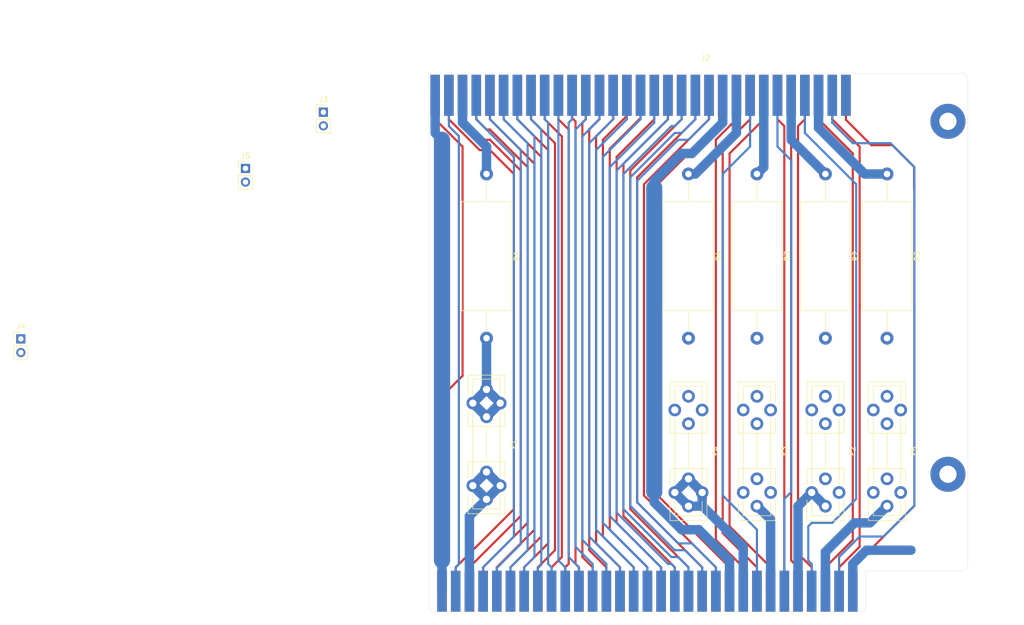
<source format=kicad_pcb>
(kicad_pcb (version 20171130) (host pcbnew "(5.1.9)-1")

  (general
    (thickness 1.6)
    (drawings 25)
    (tracks 361)
    (zones 0)
    (modules 17)
    (nets 70)
  )

  (page A4)
  (layers
    (0 F.Cu signal)
    (31 B.Cu signal)
    (32 B.Adhes user)
    (33 F.Adhes user)
    (34 B.Paste user)
    (35 F.Paste user)
    (36 B.SilkS user)
    (37 F.SilkS user)
    (38 B.Mask user)
    (39 F.Mask user)
    (40 Dwgs.User user)
    (41 Cmts.User user)
    (42 Eco1.User user)
    (43 Eco2.User user)
    (44 Edge.Cuts user)
    (45 Margin user)
    (46 B.CrtYd user)
    (47 F.CrtYd user)
    (48 B.Fab user)
    (49 F.Fab user)
  )

  (setup
    (last_trace_width 0.4)
    (user_trace_width 0.4)
    (user_trace_width 1.75)
    (user_trace_width 3)
    (trace_clearance 0.25)
    (zone_clearance 0.508)
    (zone_45_only no)
    (trace_min 0.2)
    (via_size 0.8)
    (via_drill 0.4)
    (via_min_size 0.4)
    (via_min_drill 0.3)
    (uvia_size 0.3)
    (uvia_drill 0.1)
    (uvias_allowed no)
    (uvia_min_size 0.2)
    (uvia_min_drill 0.1)
    (edge_width 0.05)
    (segment_width 0.2)
    (pcb_text_width 0.3)
    (pcb_text_size 1.5 1.5)
    (mod_edge_width 0.12)
    (mod_text_size 1 1)
    (mod_text_width 0.15)
    (pad_size 1.524 1.524)
    (pad_drill 0.762)
    (pad_to_mask_clearance 0)
    (aux_axis_origin 0 0)
    (grid_origin 141.605 127)
    (visible_elements 7FFFFFFF)
    (pcbplotparams
      (layerselection 0x010fc_ffffffff)
      (usegerberextensions false)
      (usegerberattributes true)
      (usegerberadvancedattributes true)
      (creategerberjobfile true)
      (excludeedgelayer true)
      (linewidth 0.100000)
      (plotframeref false)
      (viasonmask false)
      (mode 1)
      (useauxorigin false)
      (hpglpennumber 1)
      (hpglpenspeed 20)
      (hpglpendiameter 15.000000)
      (psnegative false)
      (psa4output false)
      (plotreference true)
      (plotvalue true)
      (plotinvisibletext false)
      (padsonsilk false)
      (subtractmaskfromsilk false)
      (outputformat 1)
      (mirror false)
      (drillshape 1)
      (scaleselection 1)
      (outputdirectory ""))
  )

  (net 0 "")
  (net 1 A00)
  (net 2 A01)
  (net 3 A02)
  (net 4 A03)
  (net 5 A04)
  (net 6 A05)
  (net 7 A06)
  (net 8 A07)
  (net 9 A08)
  (net 10 A09)
  (net 11 A10)
  (net 12 A11)
  (net 13 A12)
  (net 14 A13)
  (net 15 A14)
  (net 16 A15)
  (net 17 A16)
  (net 18 A17)
  (net 19 A18)
  (net 20 A19)
  (net 21 AEN)
  (net 22 IOCHRDY)
  (net 23 D0)
  (net 24 D1)
  (net 25 D2)
  (net 26 D3)
  (net 27 D4)
  (net 28 D5)
  (net 29 D6)
  (net 30 D7)
  (net 31 ~IO_CH_CK)
  (net 32 GND)
  (net 33 OSC)
  (net 34 VCC)
  (net 35 ALE)
  (net 36 TC)
  (net 37 ~DACK2)
  (net 38 IRQ3)
  (net 39 IRQ4)
  (net 40 IRQ5)
  (net 41 IRQ6)
  (net 42 IRQ7)
  (net 43 CLK)
  (net 44 ~DACK0)
  (net 45 DRQ1)
  (net 46 ~DACK1)
  (net 47 DRQ3)
  (net 48 ~DACK3)
  (net 49 ~IOR)
  (net 50 ~IOW)
  (net 51 ~MEMR)
  (net 52 ~MEMW)
  (net 53 +12V)
  (net 54 -12V)
  (net 55 DRQ2)
  (net 56 -5V)
  (net 57 IRQ2)
  (net 58 RESET)
  (net 59 "Net-(F1-Pad1)")
  (net 60 "Net-(F2-Pad1)")
  (net 61 "Net-(F3-Pad1)")
  (net 62 "Net-(F4-Pad1)")
  (net 63 "Net-(F5-Pad1)")
  (net 64 VCC_OUT_2)
  (net 65 12V_OUT)
  (net 66 -12V_OUT)
  (net 67 -5V_OUT)
  (net 68 VCC_OUT_1)
  (net 69 UNUSED_THRU)

  (net_class Default "This is the default net class."
    (clearance 0.25)
    (trace_width 0.4)
    (via_dia 0.8)
    (via_drill 0.4)
    (uvia_dia 0.3)
    (uvia_drill 0.1)
    (add_net A00)
    (add_net A01)
    (add_net A02)
    (add_net A03)
    (add_net A04)
    (add_net A05)
    (add_net A06)
    (add_net A07)
    (add_net A08)
    (add_net A09)
    (add_net A10)
    (add_net A11)
    (add_net A12)
    (add_net A13)
    (add_net A14)
    (add_net A15)
    (add_net A16)
    (add_net A17)
    (add_net A18)
    (add_net A19)
    (add_net AEN)
    (add_net ALE)
    (add_net CLK)
    (add_net D0)
    (add_net D1)
    (add_net D2)
    (add_net D3)
    (add_net D4)
    (add_net D5)
    (add_net D6)
    (add_net D7)
    (add_net DRQ1)
    (add_net DRQ2)
    (add_net DRQ3)
    (add_net IOCHRDY)
    (add_net IRQ2)
    (add_net IRQ3)
    (add_net IRQ4)
    (add_net IRQ5)
    (add_net IRQ6)
    (add_net IRQ7)
    (add_net "Net-(F1-Pad1)")
    (add_net "Net-(F2-Pad1)")
    (add_net "Net-(F3-Pad1)")
    (add_net "Net-(F4-Pad1)")
    (add_net "Net-(F5-Pad1)")
    (add_net OSC)
    (add_net RESET)
    (add_net TC)
    (add_net UNUSED_THRU)
    (add_net VCC)
    (add_net VCC_OUT_1)
    (add_net VCC_OUT_2)
    (add_net ~DACK0)
    (add_net ~DACK1)
    (add_net ~DACK2)
    (add_net ~DACK3)
    (add_net ~IOR)
    (add_net ~IOW)
    (add_net ~IO_CH_CK)
    (add_net ~MEMR)
    (add_net ~MEMW)
  )

  (net_class GND ""
    (clearance 0.25)
    (trace_width 0.4)
    (via_dia 0.8)
    (via_drill 0.4)
    (uvia_dia 0.3)
    (uvia_drill 0.1)
    (add_net GND)
  )

  (net_class Power ""
    (clearance 0.25)
    (trace_width 0.4)
    (via_dia 0.8)
    (via_drill 0.4)
    (uvia_dia 0.3)
    (uvia_drill 0.1)
    (add_net +12V)
    (add_net -12V)
    (add_net -12V_OUT)
    (add_net -5V)
    (add_net -5V_OUT)
    (add_net 12V_OUT)
  )

  (module 00Custom:BUS_XT (layer F.Cu) (tedit 608A6070) (tstamp 6089F000)
    (at 173.99 46.355)
    (descr "AT ISA 16 bits Bus Edge Connector")
    (tags "BUS ISA AT Edge connector")
    (path /6089EDD4)
    (attr virtual)
    (fp_text reference J2 (at -26.035 -6.99) (layer F.SilkS)
      (effects (font (size 1 1) (thickness 0.15)))
    )
    (fp_text value Bus_ISA_8bit (at -34.29 -6.985) (layer F.Fab)
      (effects (font (size 1 1) (thickness 0.15)))
    )
    (fp_text user %R (at -64.77 -0.635) (layer F.Fab)
      (effects (font (size 1 1) (thickness 0.15)))
    )
    (pad 62 connect rect (at -76.2 0) (size 1.78 7.62) (layers F.Cu F.Mask)
      (net 1 A00))
    (pad 61 connect rect (at -73.66 0) (size 1.78 7.62) (layers F.Cu F.Mask)
      (net 2 A01))
    (pad 60 connect rect (at -71.12 0) (size 1.78 7.62) (layers F.Cu F.Mask)
      (net 3 A02))
    (pad 59 connect rect (at -68.58 0) (size 1.78 7.62) (layers F.Cu F.Mask)
      (net 4 A03))
    (pad 58 connect rect (at -66.04 0) (size 1.78 7.62) (layers F.Cu F.Mask)
      (net 5 A04))
    (pad 57 connect rect (at -63.5 0) (size 1.78 7.62) (layers F.Cu F.Mask)
      (net 6 A05))
    (pad 56 connect rect (at -60.96 0) (size 1.78 7.62) (layers F.Cu F.Mask)
      (net 7 A06))
    (pad 55 connect rect (at -58.42 0) (size 1.78 7.62) (layers F.Cu F.Mask)
      (net 8 A07))
    (pad 54 connect rect (at -55.88 0) (size 1.78 7.62) (layers F.Cu F.Mask)
      (net 9 A08))
    (pad 53 connect rect (at -53.34 0) (size 1.78 7.62) (layers F.Cu F.Mask)
      (net 10 A09))
    (pad 52 connect rect (at -50.8 0) (size 1.78 7.62) (layers F.Cu F.Mask)
      (net 11 A10))
    (pad 51 connect rect (at -48.26 0) (size 1.78 7.62) (layers F.Cu F.Mask)
      (net 12 A11))
    (pad 50 connect rect (at -45.72 0) (size 1.78 7.62) (layers F.Cu F.Mask)
      (net 13 A12))
    (pad 49 connect rect (at -43.18 0) (size 1.78 7.62) (layers F.Cu F.Mask)
      (net 14 A13))
    (pad 48 connect rect (at -40.64 0) (size 1.78 7.62) (layers F.Cu F.Mask)
      (net 15 A14))
    (pad 47 connect rect (at -38.1 0) (size 1.78 7.62) (layers F.Cu F.Mask)
      (net 16 A15))
    (pad 46 connect rect (at -35.56 0) (size 1.78 7.62) (layers F.Cu F.Mask)
      (net 17 A16))
    (pad 45 connect rect (at -33.02 0) (size 1.78 7.62) (layers F.Cu F.Mask)
      (net 18 A17))
    (pad 44 connect rect (at -30.48 0) (size 1.78 7.62) (layers F.Cu F.Mask)
      (net 19 A18))
    (pad 43 connect rect (at -27.94 0) (size 1.78 7.62) (layers F.Cu F.Mask)
      (net 20 A19))
    (pad 42 connect rect (at -25.4 0) (size 1.78 7.62) (layers F.Cu F.Mask)
      (net 21 AEN))
    (pad 41 connect rect (at -22.86 0) (size 1.78 7.62) (layers F.Cu F.Mask)
      (net 22 IOCHRDY))
    (pad 40 connect rect (at -20.32 0) (size 1.78 7.62) (layers F.Cu F.Mask)
      (net 23 D0))
    (pad 39 connect rect (at -17.78 0) (size 1.78 7.62) (layers F.Cu F.Mask)
      (net 24 D1))
    (pad 38 connect rect (at -15.24 0) (size 1.78 7.62) (layers F.Cu F.Mask)
      (net 25 D2))
    (pad 37 connect rect (at -12.7 0) (size 1.78 7.62) (layers F.Cu F.Mask)
      (net 26 D3))
    (pad 36 connect rect (at -10.16 0) (size 1.78 7.62) (layers F.Cu F.Mask)
      (net 27 D4))
    (pad 35 connect rect (at -7.62 0) (size 1.78 7.62) (layers F.Cu F.Mask)
      (net 28 D5))
    (pad 34 connect rect (at -5.08 0) (size 1.78 7.62) (layers F.Cu F.Mask)
      (net 29 D6))
    (pad 33 connect rect (at -2.54 0) (size 1.78 7.62) (layers F.Cu F.Mask)
      (net 30 D7))
    (pad 32 connect rect (at 0 0) (size 1.78 7.62) (layers F.Cu F.Mask)
      (net 31 ~IO_CH_CK))
    (pad 31 connect rect (at -76.2 0) (size 1.78 7.62) (layers B.Cu B.Mask)
      (net 32 GND))
    (pad 30 connect rect (at -73.66 0) (size 1.78 7.62) (layers B.Cu B.Mask)
      (net 33 OSC))
    (pad 29 connect rect (at -71.12 0) (size 1.78 7.62) (layers B.Cu B.Mask)
      (net 68 VCC_OUT_1))
    (pad 28 connect rect (at -68.58 0) (size 1.78 7.62) (layers B.Cu B.Mask)
      (net 35 ALE))
    (pad 27 connect rect (at -66.04 0) (size 1.78 7.62) (layers B.Cu B.Mask)
      (net 36 TC))
    (pad 26 connect rect (at -63.5 0) (size 1.78 7.62) (layers B.Cu B.Mask)
      (net 37 ~DACK2))
    (pad 25 connect rect (at -60.96 0) (size 1.78 7.62) (layers B.Cu B.Mask)
      (net 38 IRQ3))
    (pad 24 connect rect (at -58.42 0) (size 1.78 7.62) (layers B.Cu B.Mask)
      (net 39 IRQ4))
    (pad 23 connect rect (at -55.88 0) (size 1.78 7.62) (layers B.Cu B.Mask)
      (net 40 IRQ5))
    (pad 22 connect rect (at -53.34 0) (size 1.78 7.62) (layers B.Cu B.Mask)
      (net 41 IRQ6))
    (pad 21 connect rect (at -50.8 0) (size 1.78 7.62) (layers B.Cu B.Mask)
      (net 42 IRQ7))
    (pad 20 connect rect (at -48.26 0) (size 1.78 7.62) (layers B.Cu B.Mask)
      (net 43 CLK))
    (pad 19 connect rect (at -45.72 0) (size 1.78 7.62) (layers B.Cu B.Mask)
      (net 44 ~DACK0))
    (pad 18 connect rect (at -43.18 0) (size 1.78 7.62) (layers B.Cu B.Mask)
      (net 45 DRQ1))
    (pad 17 connect rect (at -40.64 0) (size 1.78 7.62) (layers B.Cu B.Mask)
      (net 46 ~DACK1))
    (pad 16 connect rect (at -38.1 0) (size 1.78 7.62) (layers B.Cu B.Mask)
      (net 47 DRQ3))
    (pad 15 connect rect (at -35.56 0) (size 1.78 7.62) (layers B.Cu B.Mask)
      (net 48 ~DACK3))
    (pad 14 connect rect (at -33.02 0) (size 1.78 7.62) (layers B.Cu B.Mask)
      (net 49 ~IOR))
    (pad 13 connect rect (at -30.48 0) (size 1.78 7.62) (layers B.Cu B.Mask)
      (net 50 ~IOW))
    (pad 12 connect rect (at -27.94 0) (size 1.78 7.62) (layers B.Cu B.Mask)
      (net 51 ~MEMR))
    (pad 11 connect rect (at -25.4 0) (size 1.78 7.62) (layers B.Cu B.Mask)
      (net 52 ~MEMW))
    (pad 10 connect rect (at -22.86 0) (size 1.78 7.62) (layers B.Cu B.Mask)
      (net 32 GND))
    (pad 9 connect rect (at -20.32 0) (size 1.78 7.62) (layers B.Cu B.Mask)
      (net 65 12V_OUT))
    (pad 8 connect rect (at -17.78 0) (size 1.78 7.62) (layers B.Cu B.Mask)
      (net 69 UNUSED_THRU))
    (pad 7 connect rect (at -15.24 0) (size 1.78 7.62) (layers B.Cu B.Mask)
      (net 66 -12V_OUT))
    (pad 6 connect rect (at -12.7 0) (size 1.78 7.62) (layers B.Cu B.Mask)
      (net 55 DRQ2))
    (pad 5 connect rect (at -10.16 0) (size 1.78 7.62) (layers B.Cu B.Mask)
      (net 67 -5V_OUT))
    (pad 4 connect rect (at -7.62 0) (size 1.78 7.62) (layers B.Cu B.Mask)
      (net 57 IRQ2))
    (pad 3 connect rect (at -5.08 0) (size 1.78 7.62) (layers B.Cu B.Mask)
      (net 64 VCC_OUT_2))
    (pad 2 connect rect (at -2.54 0) (size 1.78 7.62) (layers B.Cu B.Mask)
      (net 58 RESET))
    (pad 1 connect rect (at 0 0) (size 1.78 7.62) (layers B.Cu B.Mask)
      (net 32 GND))
  )

  (module Resistor_THT:R_Axial_DIN0922_L20.0mm_D9.0mm_P30.48mm_Horizontal (layer F.Cu) (tedit 5AE5139B) (tstamp 6089F0B5)
    (at 181.61 60.96 270)
    (descr "Resistor, Axial_DIN0922 series, Axial, Horizontal, pin pitch=30.48mm, 5W, length*diameter=20*9mm^2, http://www.vishay.com/docs/20128/wkxwrx.pdf")
    (tags "Resistor Axial_DIN0922 series Axial Horizontal pin pitch 30.48mm 5W length 20mm diameter 9mm")
    (path /6093ACC4)
    (fp_text reference R5 (at 15.24 -5.62 90) (layer F.SilkS)
      (effects (font (size 1 1) (thickness 0.15)))
    )
    (fp_text value "0.1R, 1W or bridge" (at 15.24 5.62 90) (layer F.Fab)
      (effects (font (size 1 1) (thickness 0.15)))
    )
    (fp_line (start 31.94 -4.75) (end -1.45 -4.75) (layer F.CrtYd) (width 0.05))
    (fp_line (start 31.94 4.75) (end 31.94 -4.75) (layer F.CrtYd) (width 0.05))
    (fp_line (start -1.45 4.75) (end 31.94 4.75) (layer F.CrtYd) (width 0.05))
    (fp_line (start -1.45 -4.75) (end -1.45 4.75) (layer F.CrtYd) (width 0.05))
    (fp_line (start 29.04 0) (end 25.36 0) (layer F.SilkS) (width 0.12))
    (fp_line (start 1.44 0) (end 5.12 0) (layer F.SilkS) (width 0.12))
    (fp_line (start 25.36 -4.62) (end 5.12 -4.62) (layer F.SilkS) (width 0.12))
    (fp_line (start 25.36 4.62) (end 25.36 -4.62) (layer F.SilkS) (width 0.12))
    (fp_line (start 5.12 4.62) (end 25.36 4.62) (layer F.SilkS) (width 0.12))
    (fp_line (start 5.12 -4.62) (end 5.12 4.62) (layer F.SilkS) (width 0.12))
    (fp_line (start 30.48 0) (end 25.24 0) (layer F.Fab) (width 0.1))
    (fp_line (start 0 0) (end 5.24 0) (layer F.Fab) (width 0.1))
    (fp_line (start 25.24 -4.5) (end 5.24 -4.5) (layer F.Fab) (width 0.1))
    (fp_line (start 25.24 4.5) (end 25.24 -4.5) (layer F.Fab) (width 0.1))
    (fp_line (start 5.24 4.5) (end 25.24 4.5) (layer F.Fab) (width 0.1))
    (fp_line (start 5.24 -4.5) (end 5.24 4.5) (layer F.Fab) (width 0.1))
    (fp_text user %R (at 15.24 0 90) (layer F.Fab)
      (effects (font (size 1 1) (thickness 0.15)))
    )
    (pad 2 thru_hole oval (at 30.48 0 270) (size 2.4 2.4) (drill 1.2) (layers *.Cu *.Mask)
      (net 63 "Net-(F5-Pad1)"))
    (pad 1 thru_hole circle (at 0 0 270) (size 2.4 2.4) (drill 1.2) (layers *.Cu *.Mask)
      (net 64 VCC_OUT_2))
    (model ${KISYS3DMOD}/Resistor_THT.3dshapes/R_Axial_DIN0922_L20.0mm_D9.0mm_P30.48mm_Horizontal.wrl
      (at (xyz 0 0 0))
      (scale (xyz 1 1 1))
      (rotate (xyz 0 0 0))
    )
  )

  (module Resistor_THT:R_Axial_DIN0922_L20.0mm_D9.0mm_P30.48mm_Horizontal (layer F.Cu) (tedit 5AE5139B) (tstamp 6089F09E)
    (at 144.78 60.96 270)
    (descr "Resistor, Axial_DIN0922 series, Axial, Horizontal, pin pitch=30.48mm, 5W, length*diameter=20*9mm^2, http://www.vishay.com/docs/20128/wkxwrx.pdf")
    (tags "Resistor Axial_DIN0922 series Axial Horizontal pin pitch 30.48mm 5W length 20mm diameter 9mm")
    (path /60930371)
    (fp_text reference R4 (at 15.24 -5.62 90) (layer F.SilkS)
      (effects (font (size 1 1) (thickness 0.15)))
    )
    (fp_text value "0.1R, 1W or bridge" (at 15.24 5.62 90) (layer F.Fab)
      (effects (font (size 1 1) (thickness 0.15)))
    )
    (fp_line (start 31.94 -4.75) (end -1.45 -4.75) (layer F.CrtYd) (width 0.05))
    (fp_line (start 31.94 4.75) (end 31.94 -4.75) (layer F.CrtYd) (width 0.05))
    (fp_line (start -1.45 4.75) (end 31.94 4.75) (layer F.CrtYd) (width 0.05))
    (fp_line (start -1.45 -4.75) (end -1.45 4.75) (layer F.CrtYd) (width 0.05))
    (fp_line (start 29.04 0) (end 25.36 0) (layer F.SilkS) (width 0.12))
    (fp_line (start 1.44 0) (end 5.12 0) (layer F.SilkS) (width 0.12))
    (fp_line (start 25.36 -4.62) (end 5.12 -4.62) (layer F.SilkS) (width 0.12))
    (fp_line (start 25.36 4.62) (end 25.36 -4.62) (layer F.SilkS) (width 0.12))
    (fp_line (start 5.12 4.62) (end 25.36 4.62) (layer F.SilkS) (width 0.12))
    (fp_line (start 5.12 -4.62) (end 5.12 4.62) (layer F.SilkS) (width 0.12))
    (fp_line (start 30.48 0) (end 25.24 0) (layer F.Fab) (width 0.1))
    (fp_line (start 0 0) (end 5.24 0) (layer F.Fab) (width 0.1))
    (fp_line (start 25.24 -4.5) (end 5.24 -4.5) (layer F.Fab) (width 0.1))
    (fp_line (start 25.24 4.5) (end 25.24 -4.5) (layer F.Fab) (width 0.1))
    (fp_line (start 5.24 4.5) (end 25.24 4.5) (layer F.Fab) (width 0.1))
    (fp_line (start 5.24 -4.5) (end 5.24 4.5) (layer F.Fab) (width 0.1))
    (fp_text user %R (at 15.24 0 90) (layer F.Fab)
      (effects (font (size 1 1) (thickness 0.15)))
    )
    (pad 2 thru_hole oval (at 30.48 0 270) (size 2.4 2.4) (drill 1.2) (layers *.Cu *.Mask)
      (net 62 "Net-(F4-Pad1)"))
    (pad 1 thru_hole circle (at 0 0 270) (size 2.4 2.4) (drill 1.2) (layers *.Cu *.Mask)
      (net 65 12V_OUT))
    (model ${KISYS3DMOD}/Resistor_THT.3dshapes/R_Axial_DIN0922_L20.0mm_D9.0mm_P30.48mm_Horizontal.wrl
      (at (xyz 0 0 0))
      (scale (xyz 1 1 1))
      (rotate (xyz 0 0 0))
    )
  )

  (module Resistor_THT:R_Axial_DIN0922_L20.0mm_D9.0mm_P30.48mm_Horizontal (layer F.Cu) (tedit 5AE5139B) (tstamp 6089F087)
    (at 157.48 60.96 270)
    (descr "Resistor, Axial_DIN0922 series, Axial, Horizontal, pin pitch=30.48mm, 5W, length*diameter=20*9mm^2, http://www.vishay.com/docs/20128/wkxwrx.pdf")
    (tags "Resistor Axial_DIN0922 series Axial Horizontal pin pitch 30.48mm 5W length 20mm diameter 9mm")
    (path /6093017F)
    (fp_text reference R3 (at 15.24 -5.62 90) (layer F.SilkS)
      (effects (font (size 1 1) (thickness 0.15)))
    )
    (fp_text value "0.1R, 1W or bridge" (at 15.24 5.62 90) (layer F.Fab)
      (effects (font (size 1 1) (thickness 0.15)))
    )
    (fp_line (start 31.94 -4.75) (end -1.45 -4.75) (layer F.CrtYd) (width 0.05))
    (fp_line (start 31.94 4.75) (end 31.94 -4.75) (layer F.CrtYd) (width 0.05))
    (fp_line (start -1.45 4.75) (end 31.94 4.75) (layer F.CrtYd) (width 0.05))
    (fp_line (start -1.45 -4.75) (end -1.45 4.75) (layer F.CrtYd) (width 0.05))
    (fp_line (start 29.04 0) (end 25.36 0) (layer F.SilkS) (width 0.12))
    (fp_line (start 1.44 0) (end 5.12 0) (layer F.SilkS) (width 0.12))
    (fp_line (start 25.36 -4.62) (end 5.12 -4.62) (layer F.SilkS) (width 0.12))
    (fp_line (start 25.36 4.62) (end 25.36 -4.62) (layer F.SilkS) (width 0.12))
    (fp_line (start 5.12 4.62) (end 25.36 4.62) (layer F.SilkS) (width 0.12))
    (fp_line (start 5.12 -4.62) (end 5.12 4.62) (layer F.SilkS) (width 0.12))
    (fp_line (start 30.48 0) (end 25.24 0) (layer F.Fab) (width 0.1))
    (fp_line (start 0 0) (end 5.24 0) (layer F.Fab) (width 0.1))
    (fp_line (start 25.24 -4.5) (end 5.24 -4.5) (layer F.Fab) (width 0.1))
    (fp_line (start 25.24 4.5) (end 25.24 -4.5) (layer F.Fab) (width 0.1))
    (fp_line (start 5.24 4.5) (end 25.24 4.5) (layer F.Fab) (width 0.1))
    (fp_line (start 5.24 -4.5) (end 5.24 4.5) (layer F.Fab) (width 0.1))
    (fp_text user %R (at 15.24 0 90) (layer F.Fab)
      (effects (font (size 1 1) (thickness 0.15)))
    )
    (pad 2 thru_hole oval (at 30.48 0 270) (size 2.4 2.4) (drill 1.2) (layers *.Cu *.Mask)
      (net 61 "Net-(F3-Pad1)"))
    (pad 1 thru_hole circle (at 0 0 270) (size 2.4 2.4) (drill 1.2) (layers *.Cu *.Mask)
      (net 66 -12V_OUT))
    (model ${KISYS3DMOD}/Resistor_THT.3dshapes/R_Axial_DIN0922_L20.0mm_D9.0mm_P30.48mm_Horizontal.wrl
      (at (xyz 0 0 0))
      (scale (xyz 1 1 1))
      (rotate (xyz 0 0 0))
    )
  )

  (module Resistor_THT:R_Axial_DIN0922_L20.0mm_D9.0mm_P30.48mm_Horizontal (layer F.Cu) (tedit 5AE5139B) (tstamp 6089F070)
    (at 170.18 60.96 270)
    (descr "Resistor, Axial_DIN0922 series, Axial, Horizontal, pin pitch=30.48mm, 5W, length*diameter=20*9mm^2, http://www.vishay.com/docs/20128/wkxwrx.pdf")
    (tags "Resistor Axial_DIN0922 series Axial Horizontal pin pitch 30.48mm 5W length 20mm diameter 9mm")
    (path /60927CE1)
    (fp_text reference R2 (at 15.24 -5.62 90) (layer F.SilkS)
      (effects (font (size 1 1) (thickness 0.15)))
    )
    (fp_text value "0.1R, 1W or bridge" (at 15.24 5.62 90) (layer F.Fab)
      (effects (font (size 1 1) (thickness 0.15)))
    )
    (fp_line (start 31.94 -4.75) (end -1.45 -4.75) (layer F.CrtYd) (width 0.05))
    (fp_line (start 31.94 4.75) (end 31.94 -4.75) (layer F.CrtYd) (width 0.05))
    (fp_line (start -1.45 4.75) (end 31.94 4.75) (layer F.CrtYd) (width 0.05))
    (fp_line (start -1.45 -4.75) (end -1.45 4.75) (layer F.CrtYd) (width 0.05))
    (fp_line (start 29.04 0) (end 25.36 0) (layer F.SilkS) (width 0.12))
    (fp_line (start 1.44 0) (end 5.12 0) (layer F.SilkS) (width 0.12))
    (fp_line (start 25.36 -4.62) (end 5.12 -4.62) (layer F.SilkS) (width 0.12))
    (fp_line (start 25.36 4.62) (end 25.36 -4.62) (layer F.SilkS) (width 0.12))
    (fp_line (start 5.12 4.62) (end 25.36 4.62) (layer F.SilkS) (width 0.12))
    (fp_line (start 5.12 -4.62) (end 5.12 4.62) (layer F.SilkS) (width 0.12))
    (fp_line (start 30.48 0) (end 25.24 0) (layer F.Fab) (width 0.1))
    (fp_line (start 0 0) (end 5.24 0) (layer F.Fab) (width 0.1))
    (fp_line (start 25.24 -4.5) (end 5.24 -4.5) (layer F.Fab) (width 0.1))
    (fp_line (start 25.24 4.5) (end 25.24 -4.5) (layer F.Fab) (width 0.1))
    (fp_line (start 5.24 4.5) (end 25.24 4.5) (layer F.Fab) (width 0.1))
    (fp_line (start 5.24 -4.5) (end 5.24 4.5) (layer F.Fab) (width 0.1))
    (fp_text user %R (at 15.24 0 90) (layer F.Fab)
      (effects (font (size 1 1) (thickness 0.15)))
    )
    (pad 2 thru_hole oval (at 30.48 0 270) (size 2.4 2.4) (drill 1.2) (layers *.Cu *.Mask)
      (net 60 "Net-(F2-Pad1)"))
    (pad 1 thru_hole circle (at 0 0 270) (size 2.4 2.4) (drill 1.2) (layers *.Cu *.Mask)
      (net 67 -5V_OUT))
    (model ${KISYS3DMOD}/Resistor_THT.3dshapes/R_Axial_DIN0922_L20.0mm_D9.0mm_P30.48mm_Horizontal.wrl
      (at (xyz 0 0 0))
      (scale (xyz 1 1 1))
      (rotate (xyz 0 0 0))
    )
  )

  (module Resistor_THT:R_Axial_DIN0922_L20.0mm_D9.0mm_P30.48mm_Horizontal (layer F.Cu) (tedit 5AE5139B) (tstamp 608A9EC5)
    (at 107.315 60.96 270)
    (descr "Resistor, Axial_DIN0922 series, Axial, Horizontal, pin pitch=30.48mm, 5W, length*diameter=20*9mm^2, http://www.vishay.com/docs/20128/wkxwrx.pdf")
    (tags "Resistor Axial_DIN0922 series Axial Horizontal pin pitch 30.48mm 5W length 20mm diameter 9mm")
    (path /608EE332)
    (fp_text reference R1 (at 15.24 -5.62 90) (layer F.SilkS)
      (effects (font (size 1 1) (thickness 0.15)))
    )
    (fp_text value "0.1R, 1W or bridge" (at 15.24 5.62 90) (layer F.Fab)
      (effects (font (size 1 1) (thickness 0.15)))
    )
    (fp_line (start 31.94 -4.75) (end -1.45 -4.75) (layer F.CrtYd) (width 0.05))
    (fp_line (start 31.94 4.75) (end 31.94 -4.75) (layer F.CrtYd) (width 0.05))
    (fp_line (start -1.45 4.75) (end 31.94 4.75) (layer F.CrtYd) (width 0.05))
    (fp_line (start -1.45 -4.75) (end -1.45 4.75) (layer F.CrtYd) (width 0.05))
    (fp_line (start 29.04 0) (end 25.36 0) (layer F.SilkS) (width 0.12))
    (fp_line (start 1.44 0) (end 5.12 0) (layer F.SilkS) (width 0.12))
    (fp_line (start 25.36 -4.62) (end 5.12 -4.62) (layer F.SilkS) (width 0.12))
    (fp_line (start 25.36 4.62) (end 25.36 -4.62) (layer F.SilkS) (width 0.12))
    (fp_line (start 5.12 4.62) (end 25.36 4.62) (layer F.SilkS) (width 0.12))
    (fp_line (start 5.12 -4.62) (end 5.12 4.62) (layer F.SilkS) (width 0.12))
    (fp_line (start 30.48 0) (end 25.24 0) (layer F.Fab) (width 0.1))
    (fp_line (start 0 0) (end 5.24 0) (layer F.Fab) (width 0.1))
    (fp_line (start 25.24 -4.5) (end 5.24 -4.5) (layer F.Fab) (width 0.1))
    (fp_line (start 25.24 4.5) (end 25.24 -4.5) (layer F.Fab) (width 0.1))
    (fp_line (start 5.24 4.5) (end 25.24 4.5) (layer F.Fab) (width 0.1))
    (fp_line (start 5.24 -4.5) (end 5.24 4.5) (layer F.Fab) (width 0.1))
    (fp_text user %R (at 15.24 0 90) (layer F.Fab)
      (effects (font (size 1 1) (thickness 0.15)))
    )
    (pad 2 thru_hole oval (at 30.48 0 270) (size 2.4 2.4) (drill 1.2) (layers *.Cu *.Mask)
      (net 59 "Net-(F1-Pad1)"))
    (pad 1 thru_hole circle (at 0 0 270) (size 2.4 2.4) (drill 1.2) (layers *.Cu *.Mask)
      (net 68 VCC_OUT_1))
    (model ${KISYS3DMOD}/Resistor_THT.3dshapes/R_Axial_DIN0922_L20.0mm_D9.0mm_P30.48mm_Horizontal.wrl
      (at (xyz 0 0 0))
      (scale (xyz 1 1 1))
      (rotate (xyz 0 0 0))
    )
  )

  (module Connector_PinHeader_2.54mm:PinHeader_1x02_P2.54mm_Vertical (layer F.Cu) (tedit 59FED5CC) (tstamp 6089F042)
    (at 62.6 59.925)
    (descr "Through hole straight pin header, 1x02, 2.54mm pitch, single row")
    (tags "Through hole pin header THT 1x02 2.54mm single row")
    (path /6099A2D3)
    (fp_text reference J5 (at 0 -2.33) (layer F.SilkS)
      (effects (font (size 1 1) (thickness 0.15)))
    )
    (fp_text value "GND Hook" (at 0 4.87) (layer F.Fab)
      (effects (font (size 1 1) (thickness 0.15)))
    )
    (fp_line (start 1.8 -1.8) (end -1.8 -1.8) (layer F.CrtYd) (width 0.05))
    (fp_line (start 1.8 4.35) (end 1.8 -1.8) (layer F.CrtYd) (width 0.05))
    (fp_line (start -1.8 4.35) (end 1.8 4.35) (layer F.CrtYd) (width 0.05))
    (fp_line (start -1.8 -1.8) (end -1.8 4.35) (layer F.CrtYd) (width 0.05))
    (fp_line (start -1.33 -1.33) (end 0 -1.33) (layer F.SilkS) (width 0.12))
    (fp_line (start -1.33 0) (end -1.33 -1.33) (layer F.SilkS) (width 0.12))
    (fp_line (start -1.33 1.27) (end 1.33 1.27) (layer F.SilkS) (width 0.12))
    (fp_line (start 1.33 1.27) (end 1.33 3.87) (layer F.SilkS) (width 0.12))
    (fp_line (start -1.33 1.27) (end -1.33 3.87) (layer F.SilkS) (width 0.12))
    (fp_line (start -1.33 3.87) (end 1.33 3.87) (layer F.SilkS) (width 0.12))
    (fp_line (start -1.27 -0.635) (end -0.635 -1.27) (layer F.Fab) (width 0.1))
    (fp_line (start -1.27 3.81) (end -1.27 -0.635) (layer F.Fab) (width 0.1))
    (fp_line (start 1.27 3.81) (end -1.27 3.81) (layer F.Fab) (width 0.1))
    (fp_line (start 1.27 -1.27) (end 1.27 3.81) (layer F.Fab) (width 0.1))
    (fp_line (start -0.635 -1.27) (end 1.27 -1.27) (layer F.Fab) (width 0.1))
    (fp_text user %R (at 0 1.27 90) (layer F.Fab)
      (effects (font (size 1 1) (thickness 0.15)))
    )
    (pad 2 thru_hole oval (at 0 2.54) (size 1.7 1.7) (drill 1) (layers *.Cu *.Mask)
      (net 32 GND))
    (pad 1 thru_hole rect (at 0 0) (size 1.7 1.7) (drill 1) (layers *.Cu *.Mask)
      (net 32 GND))
    (model ${KISYS3DMOD}/Connector_PinHeader_2.54mm.3dshapes/PinHeader_1x02_P2.54mm_Vertical.wrl
      (at (xyz 0 0 0))
      (scale (xyz 1 1 1))
      (rotate (xyz 0 0 0))
    )
  )

  (module Connector_PinHeader_2.54mm:PinHeader_1x02_P2.54mm_Vertical (layer F.Cu) (tedit 59FED5CC) (tstamp 6089F02C)
    (at 20.92 91.575)
    (descr "Through hole straight pin header, 1x02, 2.54mm pitch, single row")
    (tags "Through hole pin header THT 1x02 2.54mm single row")
    (path /60990853)
    (fp_text reference J4 (at 0 -2.33) (layer F.SilkS)
      (effects (font (size 1 1) (thickness 0.15)))
    )
    (fp_text value "GND Hook" (at 0 4.87) (layer F.Fab)
      (effects (font (size 1 1) (thickness 0.15)))
    )
    (fp_line (start 1.8 -1.8) (end -1.8 -1.8) (layer F.CrtYd) (width 0.05))
    (fp_line (start 1.8 4.35) (end 1.8 -1.8) (layer F.CrtYd) (width 0.05))
    (fp_line (start -1.8 4.35) (end 1.8 4.35) (layer F.CrtYd) (width 0.05))
    (fp_line (start -1.8 -1.8) (end -1.8 4.35) (layer F.CrtYd) (width 0.05))
    (fp_line (start -1.33 -1.33) (end 0 -1.33) (layer F.SilkS) (width 0.12))
    (fp_line (start -1.33 0) (end -1.33 -1.33) (layer F.SilkS) (width 0.12))
    (fp_line (start -1.33 1.27) (end 1.33 1.27) (layer F.SilkS) (width 0.12))
    (fp_line (start 1.33 1.27) (end 1.33 3.87) (layer F.SilkS) (width 0.12))
    (fp_line (start -1.33 1.27) (end -1.33 3.87) (layer F.SilkS) (width 0.12))
    (fp_line (start -1.33 3.87) (end 1.33 3.87) (layer F.SilkS) (width 0.12))
    (fp_line (start -1.27 -0.635) (end -0.635 -1.27) (layer F.Fab) (width 0.1))
    (fp_line (start -1.27 3.81) (end -1.27 -0.635) (layer F.Fab) (width 0.1))
    (fp_line (start 1.27 3.81) (end -1.27 3.81) (layer F.Fab) (width 0.1))
    (fp_line (start 1.27 -1.27) (end 1.27 3.81) (layer F.Fab) (width 0.1))
    (fp_line (start -0.635 -1.27) (end 1.27 -1.27) (layer F.Fab) (width 0.1))
    (fp_text user %R (at 0 1.27 90) (layer F.Fab)
      (effects (font (size 1 1) (thickness 0.15)))
    )
    (pad 2 thru_hole oval (at 0 2.54) (size 1.7 1.7) (drill 1) (layers *.Cu *.Mask)
      (net 32 GND))
    (pad 1 thru_hole rect (at 0 0) (size 1.7 1.7) (drill 1) (layers *.Cu *.Mask)
      (net 32 GND))
    (model ${KISYS3DMOD}/Connector_PinHeader_2.54mm.3dshapes/PinHeader_1x02_P2.54mm_Vertical.wrl
      (at (xyz 0 0 0))
      (scale (xyz 1 1 1))
      (rotate (xyz 0 0 0))
    )
  )

  (module Connector_PinHeader_2.54mm:PinHeader_1x02_P2.54mm_Vertical (layer F.Cu) (tedit 59FED5CC) (tstamp 6089F016)
    (at 77.05 49.485)
    (descr "Through hole straight pin header, 1x02, 2.54mm pitch, single row")
    (tags "Through hole pin header THT 1x02 2.54mm single row")
    (path /6097E872)
    (fp_text reference J3 (at 0 -2.33) (layer F.SilkS)
      (effects (font (size 1 1) (thickness 0.15)))
    )
    (fp_text value "GND Hook" (at 0 4.87) (layer F.Fab)
      (effects (font (size 1 1) (thickness 0.15)))
    )
    (fp_line (start 1.8 -1.8) (end -1.8 -1.8) (layer F.CrtYd) (width 0.05))
    (fp_line (start 1.8 4.35) (end 1.8 -1.8) (layer F.CrtYd) (width 0.05))
    (fp_line (start -1.8 4.35) (end 1.8 4.35) (layer F.CrtYd) (width 0.05))
    (fp_line (start -1.8 -1.8) (end -1.8 4.35) (layer F.CrtYd) (width 0.05))
    (fp_line (start -1.33 -1.33) (end 0 -1.33) (layer F.SilkS) (width 0.12))
    (fp_line (start -1.33 0) (end -1.33 -1.33) (layer F.SilkS) (width 0.12))
    (fp_line (start -1.33 1.27) (end 1.33 1.27) (layer F.SilkS) (width 0.12))
    (fp_line (start 1.33 1.27) (end 1.33 3.87) (layer F.SilkS) (width 0.12))
    (fp_line (start -1.33 1.27) (end -1.33 3.87) (layer F.SilkS) (width 0.12))
    (fp_line (start -1.33 3.87) (end 1.33 3.87) (layer F.SilkS) (width 0.12))
    (fp_line (start -1.27 -0.635) (end -0.635 -1.27) (layer F.Fab) (width 0.1))
    (fp_line (start -1.27 3.81) (end -1.27 -0.635) (layer F.Fab) (width 0.1))
    (fp_line (start 1.27 3.81) (end -1.27 3.81) (layer F.Fab) (width 0.1))
    (fp_line (start 1.27 -1.27) (end 1.27 3.81) (layer F.Fab) (width 0.1))
    (fp_line (start -0.635 -1.27) (end 1.27 -1.27) (layer F.Fab) (width 0.1))
    (fp_text user %R (at 0 1.27 90) (layer F.Fab)
      (effects (font (size 1 1) (thickness 0.15)))
    )
    (pad 2 thru_hole oval (at 0 2.54) (size 1.7 1.7) (drill 1) (layers *.Cu *.Mask)
      (net 32 GND))
    (pad 1 thru_hole rect (at 0 0) (size 1.7 1.7) (drill 1) (layers *.Cu *.Mask)
      (net 32 GND))
    (model ${KISYS3DMOD}/Connector_PinHeader_2.54mm.3dshapes/PinHeader_1x02_P2.54mm_Vertical.wrl
      (at (xyz 0 0 0))
      (scale (xyz 1 1 1))
      (rotate (xyz 0 0 0))
    )
  )

  (module 00Custom:Fuseholder5x20_horiz_open_universal_Type-III (layer F.Cu) (tedit 0) (tstamp 6089EF6E)
    (at 181.61 102.235 270)
    (descr "Fuseholder, 5x20, open, horizontal, Type-III, universal, inline, lateral,")
    (tags "Fuseholder 5x20 open horizontal Type-III universal inline lateral Sicherungshalter offen ")
    (path /6093AF0C)
    (fp_text reference F5 (at 10.2 -5.08 90) (layer F.SilkS)
      (effects (font (size 1 1) (thickness 0.15)))
    )
    (fp_text value "M205 or bridge" (at 12.74 6.35 90) (layer F.Fab)
      (effects (font (size 1 1) (thickness 0.15)))
    )
    (fp_line (start 23.3 3.96) (end -2.85 3.96) (layer F.CrtYd) (width 0.05))
    (fp_line (start 23.3 3.96) (end 23.3 -3.96) (layer F.CrtYd) (width 0.05))
    (fp_line (start -2.85 -3.96) (end -2.85 3.96) (layer F.CrtYd) (width 0.05))
    (fp_line (start -2.85 -3.96) (end 23.3 -3.96) (layer F.CrtYd) (width 0.05))
    (fp_line (start 13.41 2.54) (end 13.41 0) (layer F.SilkS) (width 0.12))
    (fp_line (start 22.17 -2.54) (end 22.17 2.54) (layer F.SilkS) (width 0.12))
    (fp_line (start 13.41 0) (end 13.41 -2.54) (layer F.SilkS) (width 0.12))
    (fp_line (start 6.86 2.54) (end 6.86 0) (layer F.SilkS) (width 0.12))
    (fp_line (start -1.91 -2.54) (end -1.91 2.54) (layer F.SilkS) (width 0.12))
    (fp_line (start 6.86 0) (end 6.86 -2.54) (layer F.SilkS) (width 0.12))
    (fp_line (start 4.36 -2.54) (end 15.91 -2.54) (layer F.SilkS) (width 0.12))
    (fp_line (start 15.91 2.54) (end 4.23 2.54) (layer F.SilkS) (width 0.12))
    (fp_line (start 6.86 -3.43) (end 6.86 -2.41) (layer F.SilkS) (width 0.12))
    (fp_line (start 6.86 3.43) (end 6.86 2.54) (layer F.SilkS) (width 0.12))
    (fp_line (start -2.67 -3.43) (end -2.67 3.43) (layer F.SilkS) (width 0.12))
    (fp_line (start 13.41 -3.43) (end 13.41 -2.54) (layer F.SilkS) (width 0.12))
    (fp_line (start 13.41 3.43) (end 13.41 2.54) (layer F.SilkS) (width 0.12))
    (fp_line (start 23.07 -3.43) (end 23.07 3.43) (layer F.SilkS) (width 0.12))
    (fp_line (start 22.18 -2.54) (end 19.51 -2.54) (layer F.SilkS) (width 0.12))
    (fp_line (start 23.07 -3.43) (end 19.26 -3.43) (layer F.SilkS) (width 0.12))
    (fp_line (start 22.18 2.54) (end 19.51 2.54) (layer F.SilkS) (width 0.12))
    (fp_line (start 23.07 3.43) (end 19.26 3.43) (layer F.SilkS) (width 0.12))
    (fp_line (start 13.41 3.43) (end 16.46 3.43) (layer F.SilkS) (width 0.12))
    (fp_line (start 13.41 2.54) (end 16.21 2.54) (layer F.SilkS) (width 0.12))
    (fp_line (start 13.41 -2.54) (end 16.21 -2.54) (layer F.SilkS) (width 0.12))
    (fp_line (start 13.41 -3.43) (end 16.46 -3.43) (layer F.SilkS) (width 0.12))
    (fp_line (start 6.86 -2.54) (end 4.19 -2.54) (layer F.SilkS) (width 0.12))
    (fp_line (start 6.86 -3.43) (end 3.94 -3.43) (layer F.SilkS) (width 0.12))
    (fp_line (start -1.9 -2.54) (end 0.89 -2.54) (layer F.SilkS) (width 0.12))
    (fp_line (start -2.67 -3.43) (end 1.14 -3.43) (layer F.SilkS) (width 0.12))
    (fp_line (start 6.86 2.54) (end 4.19 2.54) (layer F.SilkS) (width 0.12))
    (fp_line (start -1.9 2.54) (end 0.89 2.54) (layer F.SilkS) (width 0.12))
    (fp_line (start -2.67 3.43) (end 1.14 3.43) (layer F.SilkS) (width 0.12))
    (fp_line (start 6.86 3.43) (end 3.94 3.43) (layer F.SilkS) (width 0.12))
    (fp_line (start 6.95 0) (end 13.45 0) (layer F.SilkS) (width 0.12))
    (fp_line (start -2.6 3.35) (end -2.6 -3.35) (layer F.Fab) (width 0.1))
    (fp_line (start 6.75 3.35) (end -2.6 3.35) (layer F.Fab) (width 0.1))
    (fp_line (start 6.75 -3.35) (end 6.75 3.35) (layer F.Fab) (width 0.1))
    (fp_line (start -2.6 -3.35) (end 6.75 -3.35) (layer F.Fab) (width 0.1))
    (fp_line (start 23.05 -3.3) (end 13.5 -3.35) (layer F.Fab) (width 0.1))
    (fp_line (start 23.05 3.35) (end 23.05 -3.3) (layer F.Fab) (width 0.1))
    (fp_line (start 13.5 3.35) (end 23.05 3.35) (layer F.Fab) (width 0.1))
    (fp_line (start 13.5 -3.35) (end 13.5 3.35) (layer F.Fab) (width 0.1))
    (fp_line (start -1.9 2.55) (end -1.9 -2.5) (layer F.Fab) (width 0.1))
    (fp_line (start 22.2 2.55) (end -1.9 2.55) (layer F.Fab) (width 0.1))
    (fp_line (start 22.2 -2.55) (end 22.2 2.55) (layer F.Fab) (width 0.1))
    (fp_line (start -1.9 -2.55) (end 22.2 -2.55) (layer F.Fab) (width 0.1))
    (fp_line (start 2.55 0) (end 17.9 0) (layer F.Fab) (width 0.1))
    (pad 1 thru_hole circle (at 2.54 2.54 270) (size 2.35 2.35) (drill 1.35) (layers *.Cu *.Mask)
      (net 63 "Net-(F5-Pad1)"))
    (pad 1 thru_hole circle (at 2.54 -2.54 270) (size 2.35 2.35) (drill 1.35) (layers *.Cu *.Mask)
      (net 63 "Net-(F5-Pad1)"))
    (pad 2 thru_hole circle (at 17.86 2.54 270) (size 2.35 2.35) (drill 1.35) (layers *.Cu *.Mask)
      (net 34 VCC))
    (pad 2 thru_hole circle (at 17.86 -2.54 270) (size 2.35 2.35) (drill 1.35) (layers *.Cu *.Mask)
      (net 34 VCC))
    (pad 1 thru_hole circle (at 0 0 270) (size 2.35 2.35) (drill 1.35) (layers *.Cu *.Mask)
      (net 63 "Net-(F5-Pad1)"))
    (pad 1 thru_hole circle (at 5.08 0 270) (size 2.35 2.35) (drill 1.35) (layers *.Cu *.Mask)
      (net 63 "Net-(F5-Pad1)"))
    (pad 2 thru_hole circle (at 20.4 0 270) (size 2.35 2.35) (drill 1.35) (layers *.Cu *.Mask)
      (net 34 VCC))
    (pad 2 thru_hole circle (at 15.32 0 270) (size 2.35 2.35) (drill 1.35) (layers *.Cu *.Mask)
      (net 34 VCC))
  )

  (module 00Custom:Fuseholder5x20_horiz_open_universal_Type-III (layer F.Cu) (tedit 0) (tstamp 608A0E1D)
    (at 144.78 102.235 270)
    (descr "Fuseholder, 5x20, open, horizontal, Type-III, universal, inline, lateral,")
    (tags "Fuseholder 5x20 open horizontal Type-III universal inline lateral Sicherungshalter offen ")
    (path /60930385)
    (fp_text reference F4 (at 10.2 -5.08 90) (layer F.SilkS)
      (effects (font (size 1 1) (thickness 0.15)))
    )
    (fp_text value "M205 or bridge" (at 12.74 6.35 90) (layer F.Fab)
      (effects (font (size 1 1) (thickness 0.15)))
    )
    (fp_line (start 23.3 3.96) (end -2.85 3.96) (layer F.CrtYd) (width 0.05))
    (fp_line (start 23.3 3.96) (end 23.3 -3.96) (layer F.CrtYd) (width 0.05))
    (fp_line (start -2.85 -3.96) (end -2.85 3.96) (layer F.CrtYd) (width 0.05))
    (fp_line (start -2.85 -3.96) (end 23.3 -3.96) (layer F.CrtYd) (width 0.05))
    (fp_line (start 13.41 2.54) (end 13.41 0) (layer F.SilkS) (width 0.12))
    (fp_line (start 22.17 -2.54) (end 22.17 2.54) (layer F.SilkS) (width 0.12))
    (fp_line (start 13.41 0) (end 13.41 -2.54) (layer F.SilkS) (width 0.12))
    (fp_line (start 6.86 2.54) (end 6.86 0) (layer F.SilkS) (width 0.12))
    (fp_line (start -1.91 -2.54) (end -1.91 2.54) (layer F.SilkS) (width 0.12))
    (fp_line (start 6.86 0) (end 6.86 -2.54) (layer F.SilkS) (width 0.12))
    (fp_line (start 4.36 -2.54) (end 15.91 -2.54) (layer F.SilkS) (width 0.12))
    (fp_line (start 15.91 2.54) (end 4.23 2.54) (layer F.SilkS) (width 0.12))
    (fp_line (start 6.86 -3.43) (end 6.86 -2.41) (layer F.SilkS) (width 0.12))
    (fp_line (start 6.86 3.43) (end 6.86 2.54) (layer F.SilkS) (width 0.12))
    (fp_line (start -2.67 -3.43) (end -2.67 3.43) (layer F.SilkS) (width 0.12))
    (fp_line (start 13.41 -3.43) (end 13.41 -2.54) (layer F.SilkS) (width 0.12))
    (fp_line (start 13.41 3.43) (end 13.41 2.54) (layer F.SilkS) (width 0.12))
    (fp_line (start 23.07 -3.43) (end 23.07 3.43) (layer F.SilkS) (width 0.12))
    (fp_line (start 22.18 -2.54) (end 19.51 -2.54) (layer F.SilkS) (width 0.12))
    (fp_line (start 23.07 -3.43) (end 19.26 -3.43) (layer F.SilkS) (width 0.12))
    (fp_line (start 22.18 2.54) (end 19.51 2.54) (layer F.SilkS) (width 0.12))
    (fp_line (start 23.07 3.43) (end 19.26 3.43) (layer F.SilkS) (width 0.12))
    (fp_line (start 13.41 3.43) (end 16.46 3.43) (layer F.SilkS) (width 0.12))
    (fp_line (start 13.41 2.54) (end 16.21 2.54) (layer F.SilkS) (width 0.12))
    (fp_line (start 13.41 -2.54) (end 16.21 -2.54) (layer F.SilkS) (width 0.12))
    (fp_line (start 13.41 -3.43) (end 16.46 -3.43) (layer F.SilkS) (width 0.12))
    (fp_line (start 6.86 -2.54) (end 4.19 -2.54) (layer F.SilkS) (width 0.12))
    (fp_line (start 6.86 -3.43) (end 3.94 -3.43) (layer F.SilkS) (width 0.12))
    (fp_line (start -1.9 -2.54) (end 0.89 -2.54) (layer F.SilkS) (width 0.12))
    (fp_line (start -2.67 -3.43) (end 1.14 -3.43) (layer F.SilkS) (width 0.12))
    (fp_line (start 6.86 2.54) (end 4.19 2.54) (layer F.SilkS) (width 0.12))
    (fp_line (start -1.9 2.54) (end 0.89 2.54) (layer F.SilkS) (width 0.12))
    (fp_line (start -2.67 3.43) (end 1.14 3.43) (layer F.SilkS) (width 0.12))
    (fp_line (start 6.86 3.43) (end 3.94 3.43) (layer F.SilkS) (width 0.12))
    (fp_line (start 6.95 0) (end 13.45 0) (layer F.SilkS) (width 0.12))
    (fp_line (start -2.6 3.35) (end -2.6 -3.35) (layer F.Fab) (width 0.1))
    (fp_line (start 6.75 3.35) (end -2.6 3.35) (layer F.Fab) (width 0.1))
    (fp_line (start 6.75 -3.35) (end 6.75 3.35) (layer F.Fab) (width 0.1))
    (fp_line (start -2.6 -3.35) (end 6.75 -3.35) (layer F.Fab) (width 0.1))
    (fp_line (start 23.05 -3.3) (end 13.5 -3.35) (layer F.Fab) (width 0.1))
    (fp_line (start 23.05 3.35) (end 23.05 -3.3) (layer F.Fab) (width 0.1))
    (fp_line (start 13.5 3.35) (end 23.05 3.35) (layer F.Fab) (width 0.1))
    (fp_line (start 13.5 -3.35) (end 13.5 3.35) (layer F.Fab) (width 0.1))
    (fp_line (start -1.9 2.55) (end -1.9 -2.5) (layer F.Fab) (width 0.1))
    (fp_line (start 22.2 2.55) (end -1.9 2.55) (layer F.Fab) (width 0.1))
    (fp_line (start 22.2 -2.55) (end 22.2 2.55) (layer F.Fab) (width 0.1))
    (fp_line (start -1.9 -2.55) (end 22.2 -2.55) (layer F.Fab) (width 0.1))
    (fp_line (start 2.55 0) (end 17.9 0) (layer F.Fab) (width 0.1))
    (pad 1 thru_hole circle (at 2.54 2.54 270) (size 2.35 2.35) (drill 1.35) (layers *.Cu *.Mask)
      (net 62 "Net-(F4-Pad1)"))
    (pad 1 thru_hole circle (at 2.54 -2.54 270) (size 2.35 2.35) (drill 1.35) (layers *.Cu *.Mask)
      (net 62 "Net-(F4-Pad1)"))
    (pad 2 thru_hole circle (at 17.86 2.54 270) (size 2.35 2.35) (drill 1.35) (layers *.Cu *.Mask)
      (net 53 +12V))
    (pad 2 thru_hole circle (at 17.86 -2.54 270) (size 2.35 2.35) (drill 1.35) (layers *.Cu *.Mask)
      (net 53 +12V))
    (pad 1 thru_hole circle (at 0 0 270) (size 2.35 2.35) (drill 1.35) (layers *.Cu *.Mask)
      (net 62 "Net-(F4-Pad1)"))
    (pad 1 thru_hole circle (at 5.08 0 270) (size 2.35 2.35) (drill 1.35) (layers *.Cu *.Mask)
      (net 62 "Net-(F4-Pad1)"))
    (pad 2 thru_hole circle (at 20.4 0 270) (size 2.35 2.35) (drill 1.35) (layers *.Cu *.Mask)
      (net 53 +12V))
    (pad 2 thru_hole circle (at 15.32 0 270) (size 2.35 2.35) (drill 1.35) (layers *.Cu *.Mask)
      (net 53 +12V))
  )

  (module 00Custom:Fuseholder5x20_horiz_open_universal_Type-III (layer F.Cu) (tedit 0) (tstamp 6089EEF6)
    (at 157.48 102.235 270)
    (descr "Fuseholder, 5x20, open, horizontal, Type-III, universal, inline, lateral,")
    (tags "Fuseholder 5x20 open horizontal Type-III universal inline lateral Sicherungshalter offen ")
    (path /60930363)
    (fp_text reference F3 (at 10.2 -5.08 90) (layer F.SilkS)
      (effects (font (size 1 1) (thickness 0.15)))
    )
    (fp_text value "M205 or bridge" (at 12.74 6.35 90) (layer F.Fab)
      (effects (font (size 1 1) (thickness 0.15)))
    )
    (fp_line (start 23.3 3.96) (end -2.85 3.96) (layer F.CrtYd) (width 0.05))
    (fp_line (start 23.3 3.96) (end 23.3 -3.96) (layer F.CrtYd) (width 0.05))
    (fp_line (start -2.85 -3.96) (end -2.85 3.96) (layer F.CrtYd) (width 0.05))
    (fp_line (start -2.85 -3.96) (end 23.3 -3.96) (layer F.CrtYd) (width 0.05))
    (fp_line (start 13.41 2.54) (end 13.41 0) (layer F.SilkS) (width 0.12))
    (fp_line (start 22.17 -2.54) (end 22.17 2.54) (layer F.SilkS) (width 0.12))
    (fp_line (start 13.41 0) (end 13.41 -2.54) (layer F.SilkS) (width 0.12))
    (fp_line (start 6.86 2.54) (end 6.86 0) (layer F.SilkS) (width 0.12))
    (fp_line (start -1.91 -2.54) (end -1.91 2.54) (layer F.SilkS) (width 0.12))
    (fp_line (start 6.86 0) (end 6.86 -2.54) (layer F.SilkS) (width 0.12))
    (fp_line (start 4.36 -2.54) (end 15.91 -2.54) (layer F.SilkS) (width 0.12))
    (fp_line (start 15.91 2.54) (end 4.23 2.54) (layer F.SilkS) (width 0.12))
    (fp_line (start 6.86 -3.43) (end 6.86 -2.41) (layer F.SilkS) (width 0.12))
    (fp_line (start 6.86 3.43) (end 6.86 2.54) (layer F.SilkS) (width 0.12))
    (fp_line (start -2.67 -3.43) (end -2.67 3.43) (layer F.SilkS) (width 0.12))
    (fp_line (start 13.41 -3.43) (end 13.41 -2.54) (layer F.SilkS) (width 0.12))
    (fp_line (start 13.41 3.43) (end 13.41 2.54) (layer F.SilkS) (width 0.12))
    (fp_line (start 23.07 -3.43) (end 23.07 3.43) (layer F.SilkS) (width 0.12))
    (fp_line (start 22.18 -2.54) (end 19.51 -2.54) (layer F.SilkS) (width 0.12))
    (fp_line (start 23.07 -3.43) (end 19.26 -3.43) (layer F.SilkS) (width 0.12))
    (fp_line (start 22.18 2.54) (end 19.51 2.54) (layer F.SilkS) (width 0.12))
    (fp_line (start 23.07 3.43) (end 19.26 3.43) (layer F.SilkS) (width 0.12))
    (fp_line (start 13.41 3.43) (end 16.46 3.43) (layer F.SilkS) (width 0.12))
    (fp_line (start 13.41 2.54) (end 16.21 2.54) (layer F.SilkS) (width 0.12))
    (fp_line (start 13.41 -2.54) (end 16.21 -2.54) (layer F.SilkS) (width 0.12))
    (fp_line (start 13.41 -3.43) (end 16.46 -3.43) (layer F.SilkS) (width 0.12))
    (fp_line (start 6.86 -2.54) (end 4.19 -2.54) (layer F.SilkS) (width 0.12))
    (fp_line (start 6.86 -3.43) (end 3.94 -3.43) (layer F.SilkS) (width 0.12))
    (fp_line (start -1.9 -2.54) (end 0.89 -2.54) (layer F.SilkS) (width 0.12))
    (fp_line (start -2.67 -3.43) (end 1.14 -3.43) (layer F.SilkS) (width 0.12))
    (fp_line (start 6.86 2.54) (end 4.19 2.54) (layer F.SilkS) (width 0.12))
    (fp_line (start -1.9 2.54) (end 0.89 2.54) (layer F.SilkS) (width 0.12))
    (fp_line (start -2.67 3.43) (end 1.14 3.43) (layer F.SilkS) (width 0.12))
    (fp_line (start 6.86 3.43) (end 3.94 3.43) (layer F.SilkS) (width 0.12))
    (fp_line (start 6.95 0) (end 13.45 0) (layer F.SilkS) (width 0.12))
    (fp_line (start -2.6 3.35) (end -2.6 -3.35) (layer F.Fab) (width 0.1))
    (fp_line (start 6.75 3.35) (end -2.6 3.35) (layer F.Fab) (width 0.1))
    (fp_line (start 6.75 -3.35) (end 6.75 3.35) (layer F.Fab) (width 0.1))
    (fp_line (start -2.6 -3.35) (end 6.75 -3.35) (layer F.Fab) (width 0.1))
    (fp_line (start 23.05 -3.3) (end 13.5 -3.35) (layer F.Fab) (width 0.1))
    (fp_line (start 23.05 3.35) (end 23.05 -3.3) (layer F.Fab) (width 0.1))
    (fp_line (start 13.5 3.35) (end 23.05 3.35) (layer F.Fab) (width 0.1))
    (fp_line (start 13.5 -3.35) (end 13.5 3.35) (layer F.Fab) (width 0.1))
    (fp_line (start -1.9 2.55) (end -1.9 -2.5) (layer F.Fab) (width 0.1))
    (fp_line (start 22.2 2.55) (end -1.9 2.55) (layer F.Fab) (width 0.1))
    (fp_line (start 22.2 -2.55) (end 22.2 2.55) (layer F.Fab) (width 0.1))
    (fp_line (start -1.9 -2.55) (end 22.2 -2.55) (layer F.Fab) (width 0.1))
    (fp_line (start 2.55 0) (end 17.9 0) (layer F.Fab) (width 0.1))
    (pad 1 thru_hole circle (at 2.54 2.54 270) (size 2.35 2.35) (drill 1.35) (layers *.Cu *.Mask)
      (net 61 "Net-(F3-Pad1)"))
    (pad 1 thru_hole circle (at 2.54 -2.54 270) (size 2.35 2.35) (drill 1.35) (layers *.Cu *.Mask)
      (net 61 "Net-(F3-Pad1)"))
    (pad 2 thru_hole circle (at 17.86 2.54 270) (size 2.35 2.35) (drill 1.35) (layers *.Cu *.Mask)
      (net 54 -12V))
    (pad 2 thru_hole circle (at 17.86 -2.54 270) (size 2.35 2.35) (drill 1.35) (layers *.Cu *.Mask)
      (net 54 -12V))
    (pad 1 thru_hole circle (at 0 0 270) (size 2.35 2.35) (drill 1.35) (layers *.Cu *.Mask)
      (net 61 "Net-(F3-Pad1)"))
    (pad 1 thru_hole circle (at 5.08 0 270) (size 2.35 2.35) (drill 1.35) (layers *.Cu *.Mask)
      (net 61 "Net-(F3-Pad1)"))
    (pad 2 thru_hole circle (at 20.4 0 270) (size 2.35 2.35) (drill 1.35) (layers *.Cu *.Mask)
      (net 54 -12V))
    (pad 2 thru_hole circle (at 15.32 0 270) (size 2.35 2.35) (drill 1.35) (layers *.Cu *.Mask)
      (net 54 -12V))
  )

  (module 00Custom:Fuseholder5x20_horiz_open_universal_Type-III (layer F.Cu) (tedit 0) (tstamp 6089EEBA)
    (at 170.18 102.235 270)
    (descr "Fuseholder, 5x20, open, horizontal, Type-III, universal, inline, lateral,")
    (tags "Fuseholder 5x20 open horizontal Type-III universal inline lateral Sicherungshalter offen ")
    (path /60927E93)
    (fp_text reference F2 (at 10.2 -5.08 90) (layer F.SilkS)
      (effects (font (size 1 1) (thickness 0.15)))
    )
    (fp_text value "M205 or bridge" (at 12.74 6.35 90) (layer F.Fab)
      (effects (font (size 1 1) (thickness 0.15)))
    )
    (fp_line (start 23.3 3.96) (end -2.85 3.96) (layer F.CrtYd) (width 0.05))
    (fp_line (start 23.3 3.96) (end 23.3 -3.96) (layer F.CrtYd) (width 0.05))
    (fp_line (start -2.85 -3.96) (end -2.85 3.96) (layer F.CrtYd) (width 0.05))
    (fp_line (start -2.85 -3.96) (end 23.3 -3.96) (layer F.CrtYd) (width 0.05))
    (fp_line (start 13.41 2.54) (end 13.41 0) (layer F.SilkS) (width 0.12))
    (fp_line (start 22.17 -2.54) (end 22.17 2.54) (layer F.SilkS) (width 0.12))
    (fp_line (start 13.41 0) (end 13.41 -2.54) (layer F.SilkS) (width 0.12))
    (fp_line (start 6.86 2.54) (end 6.86 0) (layer F.SilkS) (width 0.12))
    (fp_line (start -1.91 -2.54) (end -1.91 2.54) (layer F.SilkS) (width 0.12))
    (fp_line (start 6.86 0) (end 6.86 -2.54) (layer F.SilkS) (width 0.12))
    (fp_line (start 4.36 -2.54) (end 15.91 -2.54) (layer F.SilkS) (width 0.12))
    (fp_line (start 15.91 2.54) (end 4.23 2.54) (layer F.SilkS) (width 0.12))
    (fp_line (start 6.86 -3.43) (end 6.86 -2.41) (layer F.SilkS) (width 0.12))
    (fp_line (start 6.86 3.43) (end 6.86 2.54) (layer F.SilkS) (width 0.12))
    (fp_line (start -2.67 -3.43) (end -2.67 3.43) (layer F.SilkS) (width 0.12))
    (fp_line (start 13.41 -3.43) (end 13.41 -2.54) (layer F.SilkS) (width 0.12))
    (fp_line (start 13.41 3.43) (end 13.41 2.54) (layer F.SilkS) (width 0.12))
    (fp_line (start 23.07 -3.43) (end 23.07 3.43) (layer F.SilkS) (width 0.12))
    (fp_line (start 22.18 -2.54) (end 19.51 -2.54) (layer F.SilkS) (width 0.12))
    (fp_line (start 23.07 -3.43) (end 19.26 -3.43) (layer F.SilkS) (width 0.12))
    (fp_line (start 22.18 2.54) (end 19.51 2.54) (layer F.SilkS) (width 0.12))
    (fp_line (start 23.07 3.43) (end 19.26 3.43) (layer F.SilkS) (width 0.12))
    (fp_line (start 13.41 3.43) (end 16.46 3.43) (layer F.SilkS) (width 0.12))
    (fp_line (start 13.41 2.54) (end 16.21 2.54) (layer F.SilkS) (width 0.12))
    (fp_line (start 13.41 -2.54) (end 16.21 -2.54) (layer F.SilkS) (width 0.12))
    (fp_line (start 13.41 -3.43) (end 16.46 -3.43) (layer F.SilkS) (width 0.12))
    (fp_line (start 6.86 -2.54) (end 4.19 -2.54) (layer F.SilkS) (width 0.12))
    (fp_line (start 6.86 -3.43) (end 3.94 -3.43) (layer F.SilkS) (width 0.12))
    (fp_line (start -1.9 -2.54) (end 0.89 -2.54) (layer F.SilkS) (width 0.12))
    (fp_line (start -2.67 -3.43) (end 1.14 -3.43) (layer F.SilkS) (width 0.12))
    (fp_line (start 6.86 2.54) (end 4.19 2.54) (layer F.SilkS) (width 0.12))
    (fp_line (start -1.9 2.54) (end 0.89 2.54) (layer F.SilkS) (width 0.12))
    (fp_line (start -2.67 3.43) (end 1.14 3.43) (layer F.SilkS) (width 0.12))
    (fp_line (start 6.86 3.43) (end 3.94 3.43) (layer F.SilkS) (width 0.12))
    (fp_line (start 6.95 0) (end 13.45 0) (layer F.SilkS) (width 0.12))
    (fp_line (start -2.6 3.35) (end -2.6 -3.35) (layer F.Fab) (width 0.1))
    (fp_line (start 6.75 3.35) (end -2.6 3.35) (layer F.Fab) (width 0.1))
    (fp_line (start 6.75 -3.35) (end 6.75 3.35) (layer F.Fab) (width 0.1))
    (fp_line (start -2.6 -3.35) (end 6.75 -3.35) (layer F.Fab) (width 0.1))
    (fp_line (start 23.05 -3.3) (end 13.5 -3.35) (layer F.Fab) (width 0.1))
    (fp_line (start 23.05 3.35) (end 23.05 -3.3) (layer F.Fab) (width 0.1))
    (fp_line (start 13.5 3.35) (end 23.05 3.35) (layer F.Fab) (width 0.1))
    (fp_line (start 13.5 -3.35) (end 13.5 3.35) (layer F.Fab) (width 0.1))
    (fp_line (start -1.9 2.55) (end -1.9 -2.5) (layer F.Fab) (width 0.1))
    (fp_line (start 22.2 2.55) (end -1.9 2.55) (layer F.Fab) (width 0.1))
    (fp_line (start 22.2 -2.55) (end 22.2 2.55) (layer F.Fab) (width 0.1))
    (fp_line (start -1.9 -2.55) (end 22.2 -2.55) (layer F.Fab) (width 0.1))
    (fp_line (start 2.55 0) (end 17.9 0) (layer F.Fab) (width 0.1))
    (pad 1 thru_hole circle (at 2.54 2.54 270) (size 2.35 2.35) (drill 1.35) (layers *.Cu *.Mask)
      (net 60 "Net-(F2-Pad1)"))
    (pad 1 thru_hole circle (at 2.54 -2.54 270) (size 2.35 2.35) (drill 1.35) (layers *.Cu *.Mask)
      (net 60 "Net-(F2-Pad1)"))
    (pad 2 thru_hole circle (at 17.86 2.54 270) (size 2.35 2.35) (drill 1.35) (layers *.Cu *.Mask)
      (net 56 -5V))
    (pad 2 thru_hole circle (at 17.86 -2.54 270) (size 2.35 2.35) (drill 1.35) (layers *.Cu *.Mask)
      (net 56 -5V))
    (pad 1 thru_hole circle (at 0 0 270) (size 2.35 2.35) (drill 1.35) (layers *.Cu *.Mask)
      (net 60 "Net-(F2-Pad1)"))
    (pad 1 thru_hole circle (at 5.08 0 270) (size 2.35 2.35) (drill 1.35) (layers *.Cu *.Mask)
      (net 60 "Net-(F2-Pad1)"))
    (pad 2 thru_hole circle (at 20.4 0 270) (size 2.35 2.35) (drill 1.35) (layers *.Cu *.Mask)
      (net 56 -5V))
    (pad 2 thru_hole circle (at 15.32 0 270) (size 2.35 2.35) (drill 1.35) (layers *.Cu *.Mask)
      (net 56 -5V))
  )

  (module 00Custom:Fuseholder5x20_horiz_open_universal_Type-III (layer F.Cu) (tedit 0) (tstamp 608A162E)
    (at 107.315 100.965 270)
    (descr "Fuseholder, 5x20, open, horizontal, Type-III, universal, inline, lateral,")
    (tags "Fuseholder 5x20 open horizontal Type-III universal inline lateral Sicherungshalter offen ")
    (path /608EF394)
    (fp_text reference F1 (at 10.2 -5.08 90) (layer F.SilkS)
      (effects (font (size 1 1) (thickness 0.15)))
    )
    (fp_text value "M205 or bridge" (at 12.74 6.35 90) (layer F.Fab)
      (effects (font (size 1 1) (thickness 0.15)))
    )
    (fp_line (start 23.3 3.96) (end -2.85 3.96) (layer F.CrtYd) (width 0.05))
    (fp_line (start 23.3 3.96) (end 23.3 -3.96) (layer F.CrtYd) (width 0.05))
    (fp_line (start -2.85 -3.96) (end -2.85 3.96) (layer F.CrtYd) (width 0.05))
    (fp_line (start -2.85 -3.96) (end 23.3 -3.96) (layer F.CrtYd) (width 0.05))
    (fp_line (start 13.41 2.54) (end 13.41 0) (layer F.SilkS) (width 0.12))
    (fp_line (start 22.17 -2.54) (end 22.17 2.54) (layer F.SilkS) (width 0.12))
    (fp_line (start 13.41 0) (end 13.41 -2.54) (layer F.SilkS) (width 0.12))
    (fp_line (start 6.86 2.54) (end 6.86 0) (layer F.SilkS) (width 0.12))
    (fp_line (start -1.91 -2.54) (end -1.91 2.54) (layer F.SilkS) (width 0.12))
    (fp_line (start 6.86 0) (end 6.86 -2.54) (layer F.SilkS) (width 0.12))
    (fp_line (start 4.36 -2.54) (end 15.91 -2.54) (layer F.SilkS) (width 0.12))
    (fp_line (start 15.91 2.54) (end 4.23 2.54) (layer F.SilkS) (width 0.12))
    (fp_line (start 6.86 -3.43) (end 6.86 -2.41) (layer F.SilkS) (width 0.12))
    (fp_line (start 6.86 3.43) (end 6.86 2.54) (layer F.SilkS) (width 0.12))
    (fp_line (start -2.67 -3.43) (end -2.67 3.43) (layer F.SilkS) (width 0.12))
    (fp_line (start 13.41 -3.43) (end 13.41 -2.54) (layer F.SilkS) (width 0.12))
    (fp_line (start 13.41 3.43) (end 13.41 2.54) (layer F.SilkS) (width 0.12))
    (fp_line (start 23.07 -3.43) (end 23.07 3.43) (layer F.SilkS) (width 0.12))
    (fp_line (start 22.18 -2.54) (end 19.51 -2.54) (layer F.SilkS) (width 0.12))
    (fp_line (start 23.07 -3.43) (end 19.26 -3.43) (layer F.SilkS) (width 0.12))
    (fp_line (start 22.18 2.54) (end 19.51 2.54) (layer F.SilkS) (width 0.12))
    (fp_line (start 23.07 3.43) (end 19.26 3.43) (layer F.SilkS) (width 0.12))
    (fp_line (start 13.41 3.43) (end 16.46 3.43) (layer F.SilkS) (width 0.12))
    (fp_line (start 13.41 2.54) (end 16.21 2.54) (layer F.SilkS) (width 0.12))
    (fp_line (start 13.41 -2.54) (end 16.21 -2.54) (layer F.SilkS) (width 0.12))
    (fp_line (start 13.41 -3.43) (end 16.46 -3.43) (layer F.SilkS) (width 0.12))
    (fp_line (start 6.86 -2.54) (end 4.19 -2.54) (layer F.SilkS) (width 0.12))
    (fp_line (start 6.86 -3.43) (end 3.94 -3.43) (layer F.SilkS) (width 0.12))
    (fp_line (start -1.9 -2.54) (end 0.89 -2.54) (layer F.SilkS) (width 0.12))
    (fp_line (start -2.67 -3.43) (end 1.14 -3.43) (layer F.SilkS) (width 0.12))
    (fp_line (start 6.86 2.54) (end 4.19 2.54) (layer F.SilkS) (width 0.12))
    (fp_line (start -1.9 2.54) (end 0.89 2.54) (layer F.SilkS) (width 0.12))
    (fp_line (start -2.67 3.43) (end 1.14 3.43) (layer F.SilkS) (width 0.12))
    (fp_line (start 6.86 3.43) (end 3.94 3.43) (layer F.SilkS) (width 0.12))
    (fp_line (start 6.95 0) (end 13.45 0) (layer F.SilkS) (width 0.12))
    (fp_line (start -2.6 3.35) (end -2.6 -3.35) (layer F.Fab) (width 0.1))
    (fp_line (start 6.75 3.35) (end -2.6 3.35) (layer F.Fab) (width 0.1))
    (fp_line (start 6.75 -3.35) (end 6.75 3.35) (layer F.Fab) (width 0.1))
    (fp_line (start -2.6 -3.35) (end 6.75 -3.35) (layer F.Fab) (width 0.1))
    (fp_line (start 23.05 -3.3) (end 13.5 -3.35) (layer F.Fab) (width 0.1))
    (fp_line (start 23.05 3.35) (end 23.05 -3.3) (layer F.Fab) (width 0.1))
    (fp_line (start 13.5 3.35) (end 23.05 3.35) (layer F.Fab) (width 0.1))
    (fp_line (start 13.5 -3.35) (end 13.5 3.35) (layer F.Fab) (width 0.1))
    (fp_line (start -1.9 2.55) (end -1.9 -2.5) (layer F.Fab) (width 0.1))
    (fp_line (start 22.2 2.55) (end -1.9 2.55) (layer F.Fab) (width 0.1))
    (fp_line (start 22.2 -2.55) (end 22.2 2.55) (layer F.Fab) (width 0.1))
    (fp_line (start -1.9 -2.55) (end 22.2 -2.55) (layer F.Fab) (width 0.1))
    (fp_line (start 2.55 0) (end 17.9 0) (layer F.Fab) (width 0.1))
    (pad 1 thru_hole circle (at 2.54 2.54 270) (size 2.35 2.35) (drill 1.35) (layers *.Cu *.Mask)
      (net 59 "Net-(F1-Pad1)"))
    (pad 1 thru_hole circle (at 2.54 -2.54 270) (size 2.35 2.35) (drill 1.35) (layers *.Cu *.Mask)
      (net 59 "Net-(F1-Pad1)"))
    (pad 2 thru_hole circle (at 17.86 2.54 270) (size 2.35 2.35) (drill 1.35) (layers *.Cu *.Mask)
      (net 34 VCC))
    (pad 2 thru_hole circle (at 17.86 -2.54 270) (size 2.35 2.35) (drill 1.35) (layers *.Cu *.Mask)
      (net 34 VCC))
    (pad 1 thru_hole circle (at 0 0 270) (size 2.35 2.35) (drill 1.35) (layers *.Cu *.Mask)
      (net 59 "Net-(F1-Pad1)"))
    (pad 1 thru_hole circle (at 5.08 0 270) (size 2.35 2.35) (drill 1.35) (layers *.Cu *.Mask)
      (net 59 "Net-(F1-Pad1)"))
    (pad 2 thru_hole circle (at 20.4 0 270) (size 2.35 2.35) (drill 1.35) (layers *.Cu *.Mask)
      (net 34 VCC))
    (pad 2 thru_hole circle (at 15.32 0 270) (size 2.35 2.35) (drill 1.35) (layers *.Cu *.Mask)
      (net 34 VCC))
  )

  (module MountingHole:MountingHole_3.5mm_Pad (layer F.Cu) (tedit 603A7437) (tstamp 603AC1B2)
    (at 192.913 116.713)
    (descr "Mounting Hole 3.5mm")
    (tags "mounting hole 3.5mm")
    (attr virtual)
    (fp_text reference MH4 (at 0 -4.5) (layer F.SilkS) hide
      (effects (font (size 1 1) (thickness 0.15)))
    )
    (fp_text value MH (at 5.08 0) (layer F.Fab)
      (effects (font (size 1 1) (thickness 0.15)))
    )
    (fp_circle (center 0 0) (end 3.75 0) (layer F.CrtYd) (width 0.05))
    (fp_text user %R (at 0.3 0) (layer F.Fab)
      (effects (font (size 1 1) (thickness 0.15)))
    )
    (pad "" thru_hole circle (at 0 0) (size 6.5 6.5) (drill 3.2) (layers *.Cu *.Mask))
  )

  (module MountingHole:MountingHole_3.5mm_Pad (layer F.Cu) (tedit 603A7356) (tstamp 603AC1CE)
    (at 192.913 51.181)
    (descr "Mounting Hole 3.5mm")
    (tags "mounting hole 3.5mm")
    (attr virtual)
    (fp_text reference MH2 (at 0 -4.5) (layer Dwgs.User)
      (effects (font (size 1 1) (thickness 0.15)))
    )
    (fp_text value MH (at 5.08 0) (layer F.Fab)
      (effects (font (size 1 1) (thickness 0.15)))
    )
    (fp_circle (center 0 0) (end 3.75 0) (layer F.CrtYd) (width 0.05))
    (fp_text user %R (at 0.3 0) (layer F.Fab)
      (effects (font (size 1 1) (thickness 0.15)))
    )
    (pad "" thru_hole circle (at 0 0) (size 6.5 6.5) (drill 3.2) (layers *.Cu *.Mask))
  )

  (module 00Custom:BUS_XT (layer F.Cu) (tedit 603A0233) (tstamp 603A5B9E)
    (at 175.26 138.43)
    (descr "AT ISA 16 bits Bus Edge Connector")
    (tags "BUS ISA AT Edge connector")
    (path /6039F90B)
    (attr virtual)
    (fp_text reference J1 (at -40.767 5.461) (layer F.SilkS) hide
      (effects (font (size 1 1) (thickness 0.15)))
    )
    (fp_text value Bus_ISA_8bit (at -34.036 5.461) (layer F.Fab)
      (effects (font (size 1 1) (thickness 0.15)))
    )
    (fp_text user %R (at -64.77 -0.635) (layer F.Fab)
      (effects (font (size 1 1) (thickness 0.15)))
    )
    (pad 62 connect rect (at -76.2 0) (size 1.78 7.62) (layers F.Cu F.Mask)
      (net 1 A00))
    (pad 61 connect rect (at -73.66 0) (size 1.78 7.62) (layers F.Cu F.Mask)
      (net 2 A01))
    (pad 60 connect rect (at -71.12 0) (size 1.78 7.62) (layers F.Cu F.Mask)
      (net 3 A02))
    (pad 59 connect rect (at -68.58 0) (size 1.78 7.62) (layers F.Cu F.Mask)
      (net 4 A03))
    (pad 58 connect rect (at -66.04 0) (size 1.78 7.62) (layers F.Cu F.Mask)
      (net 5 A04))
    (pad 57 connect rect (at -63.5 0) (size 1.78 7.62) (layers F.Cu F.Mask)
      (net 6 A05))
    (pad 56 connect rect (at -60.96 0) (size 1.78 7.62) (layers F.Cu F.Mask)
      (net 7 A06))
    (pad 55 connect rect (at -58.42 0) (size 1.78 7.62) (layers F.Cu F.Mask)
      (net 8 A07))
    (pad 54 connect rect (at -55.88 0) (size 1.78 7.62) (layers F.Cu F.Mask)
      (net 9 A08))
    (pad 53 connect rect (at -53.34 0) (size 1.78 7.62) (layers F.Cu F.Mask)
      (net 10 A09))
    (pad 52 connect rect (at -50.8 0) (size 1.78 7.62) (layers F.Cu F.Mask)
      (net 11 A10))
    (pad 51 connect rect (at -48.26 0) (size 1.78 7.62) (layers F.Cu F.Mask)
      (net 12 A11))
    (pad 50 connect rect (at -45.72 0) (size 1.78 7.62) (layers F.Cu F.Mask)
      (net 13 A12))
    (pad 49 connect rect (at -43.18 0) (size 1.78 7.62) (layers F.Cu F.Mask)
      (net 14 A13))
    (pad 48 connect rect (at -40.64 0) (size 1.78 7.62) (layers F.Cu F.Mask)
      (net 15 A14))
    (pad 47 connect rect (at -38.1 0) (size 1.78 7.62) (layers F.Cu F.Mask)
      (net 16 A15))
    (pad 46 connect rect (at -35.56 0) (size 1.78 7.62) (layers F.Cu F.Mask)
      (net 17 A16))
    (pad 45 connect rect (at -33.02 0) (size 1.78 7.62) (layers F.Cu F.Mask)
      (net 18 A17))
    (pad 44 connect rect (at -30.48 0) (size 1.78 7.62) (layers F.Cu F.Mask)
      (net 19 A18))
    (pad 43 connect rect (at -27.94 0) (size 1.78 7.62) (layers F.Cu F.Mask)
      (net 20 A19))
    (pad 42 connect rect (at -25.4 0) (size 1.78 7.62) (layers F.Cu F.Mask)
      (net 21 AEN))
    (pad 41 connect rect (at -22.86 0) (size 1.78 7.62) (layers F.Cu F.Mask)
      (net 22 IOCHRDY))
    (pad 40 connect rect (at -20.32 0) (size 1.78 7.62) (layers F.Cu F.Mask)
      (net 23 D0))
    (pad 39 connect rect (at -17.78 0) (size 1.78 7.62) (layers F.Cu F.Mask)
      (net 24 D1))
    (pad 38 connect rect (at -15.24 0) (size 1.78 7.62) (layers F.Cu F.Mask)
      (net 25 D2))
    (pad 37 connect rect (at -12.7 0) (size 1.78 7.62) (layers F.Cu F.Mask)
      (net 26 D3))
    (pad 36 connect rect (at -10.16 0) (size 1.78 7.62) (layers F.Cu F.Mask)
      (net 27 D4))
    (pad 35 connect rect (at -7.62 0) (size 1.78 7.62) (layers F.Cu F.Mask)
      (net 28 D5))
    (pad 34 connect rect (at -5.08 0) (size 1.78 7.62) (layers F.Cu F.Mask)
      (net 29 D6))
    (pad 33 connect rect (at -2.54 0) (size 1.78 7.62) (layers F.Cu F.Mask)
      (net 30 D7))
    (pad 32 connect rect (at 0 0) (size 1.78 7.62) (layers F.Cu F.Mask)
      (net 31 ~IO_CH_CK))
    (pad 31 connect rect (at -76.2 0) (size 1.78 7.62) (layers B.Cu B.Mask)
      (net 32 GND))
    (pad 30 connect rect (at -73.66 0) (size 1.78 7.62) (layers B.Cu B.Mask)
      (net 33 OSC))
    (pad 29 connect rect (at -71.12 0) (size 1.78 7.62) (layers B.Cu B.Mask)
      (net 34 VCC))
    (pad 28 connect rect (at -68.58 0) (size 1.78 7.62) (layers B.Cu B.Mask)
      (net 35 ALE))
    (pad 27 connect rect (at -66.04 0) (size 1.78 7.62) (layers B.Cu B.Mask)
      (net 36 TC))
    (pad 26 connect rect (at -63.5 0) (size 1.78 7.62) (layers B.Cu B.Mask)
      (net 37 ~DACK2))
    (pad 25 connect rect (at -60.96 0) (size 1.78 7.62) (layers B.Cu B.Mask)
      (net 38 IRQ3))
    (pad 24 connect rect (at -58.42 0) (size 1.78 7.62) (layers B.Cu B.Mask)
      (net 39 IRQ4))
    (pad 23 connect rect (at -55.88 0) (size 1.78 7.62) (layers B.Cu B.Mask)
      (net 40 IRQ5))
    (pad 22 connect rect (at -53.34 0) (size 1.78 7.62) (layers B.Cu B.Mask)
      (net 41 IRQ6))
    (pad 21 connect rect (at -50.8 0) (size 1.78 7.62) (layers B.Cu B.Mask)
      (net 42 IRQ7))
    (pad 20 connect rect (at -48.26 0) (size 1.78 7.62) (layers B.Cu B.Mask)
      (net 43 CLK))
    (pad 19 connect rect (at -45.72 0) (size 1.78 7.62) (layers B.Cu B.Mask)
      (net 44 ~DACK0))
    (pad 18 connect rect (at -43.18 0) (size 1.78 7.62) (layers B.Cu B.Mask)
      (net 45 DRQ1))
    (pad 17 connect rect (at -40.64 0) (size 1.78 7.62) (layers B.Cu B.Mask)
      (net 46 ~DACK1))
    (pad 16 connect rect (at -38.1 0) (size 1.78 7.62) (layers B.Cu B.Mask)
      (net 47 DRQ3))
    (pad 15 connect rect (at -35.56 0) (size 1.78 7.62) (layers B.Cu B.Mask)
      (net 48 ~DACK3))
    (pad 14 connect rect (at -33.02 0) (size 1.78 7.62) (layers B.Cu B.Mask)
      (net 49 ~IOR))
    (pad 13 connect rect (at -30.48 0) (size 1.78 7.62) (layers B.Cu B.Mask)
      (net 50 ~IOW))
    (pad 12 connect rect (at -27.94 0) (size 1.78 7.62) (layers B.Cu B.Mask)
      (net 51 ~MEMR))
    (pad 11 connect rect (at -25.4 0) (size 1.78 7.62) (layers B.Cu B.Mask)
      (net 52 ~MEMW))
    (pad 10 connect rect (at -22.86 0) (size 1.78 7.62) (layers B.Cu B.Mask)
      (net 32 GND))
    (pad 9 connect rect (at -20.32 0) (size 1.78 7.62) (layers B.Cu B.Mask)
      (net 53 +12V))
    (pad 8 connect rect (at -17.78 0) (size 1.78 7.62) (layers B.Cu B.Mask)
      (net 69 UNUSED_THRU))
    (pad 7 connect rect (at -15.24 0) (size 1.78 7.62) (layers B.Cu B.Mask)
      (net 54 -12V))
    (pad 6 connect rect (at -12.7 0) (size 1.78 7.62) (layers B.Cu B.Mask)
      (net 55 DRQ2))
    (pad 5 connect rect (at -10.16 0) (size 1.78 7.62) (layers B.Cu B.Mask)
      (net 56 -5V))
    (pad 4 connect rect (at -7.62 0) (size 1.78 7.62) (layers B.Cu B.Mask)
      (net 57 IRQ2))
    (pad 3 connect rect (at -5.08 0) (size 1.78 7.62) (layers B.Cu B.Mask)
      (net 34 VCC))
    (pad 2 connect rect (at -2.54 0) (size 1.78 7.62) (layers B.Cu B.Mask)
      (net 58 RESET))
    (pad 1 connect rect (at 0 0) (size 1.78 7.62) (layers B.Cu B.Mask)
      (net 32 GND))
  )

  (gr_line (start 195.326 42.291) (end 96.647 42.291) (layer Edge.Cuts) (width 0.05) (tstamp 608AB288))
  (gr_line (start 96.647 42.291) (end 96.647 141.605) (layer Edge.Cuts) (width 0.05) (tstamp 608AB280))
  (gr_poly (pts (xy 177.8 142.24) (xy 96.52 142.24) (xy 96.52 134.62) (xy 177.8 134.62)) (layer B.Mask) (width 0.1))
  (gr_line (start 201.273 134.62) (end 201.273 41.22) (layer Dwgs.User) (width 0.05) (tstamp 607C55EB))
  (gr_line (start 207.01 41.22) (end 207.01 41.91) (layer Dwgs.User) (width 0.05))
  (gr_line (start 201.273 41.22) (end 207.01 41.22) (layer Dwgs.User) (width 0.05) (tstamp 607C559E))
  (gr_line (start 201.973 41.92) (end 207.01 41.92) (layer Dwgs.User) (width 0.05))
  (gr_line (start 201.973 134.62) (end 201.973 41.92) (layer Dwgs.User) (width 0.05))
  (gr_text "Optional area\nthat can be \nincluded in the\nboard." (at 189.23 138.43) (layer Cmts.User)
    (effects (font (size 1 1) (thickness 0.15)))
  )
  (gr_text "ISA bus dimensions mostly taken from the \nIBM 5150 Technical Refererence Manual." (at 146.558 38.735) (layer Cmts.User)
    (effects (font (size 1 1) (thickness 0.15)))
  )
  (gr_text "The outline is aligned to 0.127mm grid and is sized to fit \nwithin the magic 100mm by 100mm size limit set by \ncertain PCB manufaturers for very inexpensive boards." (at 145.923 31.115) (layer Cmts.User)
    (effects (font (size 1 1) (thickness 0.15)))
  )
  (gr_poly (pts (xy 177.8 142.24) (xy 96.52 142.24) (xy 96.52 134.62) (xy 177.8 134.62)) (layer F.Mask) (width 0.1))
  (gr_line (start 196.596 43.561) (end 196.596 133.35) (layer Edge.Cuts) (width 0.05) (tstamp 603A6469))
  (gr_line (start 97.282 142.24) (end 177.038 142.24) (layer Edge.Cuts) (width 0.05) (tstamp 603A6458))
  (gr_line (start 177.673 134.62) (end 195.326 134.62) (layer Edge.Cuts) (width 0.05) (tstamp 603A6457))
  (gr_line (start 195.326 142.24) (end 183.515 142.24) (layer Dwgs.User) (width 0.05) (tstamp 603A644B))
  (gr_arc (start 195.326 140.97) (end 195.326 142.24) (angle -90) (layer Dwgs.User) (width 0.05))
  (gr_line (start 196.596 133.35) (end 196.596 140.97) (layer Dwgs.User) (width 0.05))
  (gr_arc (start 183.515 140.97) (end 182.245 140.97) (angle -90) (layer Dwgs.User) (width 0.05))
  (gr_line (start 182.245 134.62) (end 182.245 140.97) (layer Dwgs.User) (width 0.05))
  (gr_arc (start 195.326 43.561) (end 196.596 43.561) (angle -90) (layer Edge.Cuts) (width 0.05))
  (gr_arc (start 195.326 133.35) (end 195.326 134.62) (angle -90) (layer Edge.Cuts) (width 0.05))
  (gr_line (start 177.673 141.605) (end 177.673 134.62) (layer Edge.Cuts) (width 0.05))
  (gr_arc (start 177.038 141.605) (end 177.038 142.24) (angle -90) (layer Edge.Cuts) (width 0.05))
  (gr_arc (start 97.282 141.605) (end 96.647 141.605) (angle -90) (layer Edge.Cuts) (width 0.05))

  (segment (start 99.06 102.235) (end 99.06 138.43) (width 0.4) (layer F.Cu) (net 1))
  (segment (start 102.87 98.425) (end 99.06 102.235) (width 0.4) (layer F.Cu) (net 1))
  (segment (start 97.79 50.8) (end 102.87 55.88) (width 0.4) (layer F.Cu) (net 1))
  (segment (start 102.87 55.88) (end 102.87 98.425) (width 0.4) (layer F.Cu) (net 1))
  (segment (start 97.79 46.355) (end 97.79 50.8) (width 0.4) (layer F.Cu) (net 1))
  (segment (start 151.13 120.65) (end 151.13 85.725) (width 0.4) (layer B.Cu) (net 69))
  (segment (start 157.48 127) (end 151.13 120.65) (width 0.4) (layer B.Cu) (net 69))
  (segment (start 157.48 138.43) (end 157.48 127) (width 0.4) (layer B.Cu) (net 69))
  (segment (start 151.13 85.725) (end 151.13 60.96) (width 0.4) (layer B.Cu) (net 69))
  (segment (start 107.95 56.515) (end 106.045 56.515) (width 0.4) (layer F.Cu) (net 2))
  (segment (start 100.33 50.8) (end 100.33 46.355) (width 0.4) (layer F.Cu) (net 2))
  (segment (start 112.395 123.19) (end 112.395 60.96) (width 0.4) (layer F.Cu) (net 2))
  (segment (start 112.395 60.96) (end 107.95 56.515) (width 0.4) (layer F.Cu) (net 2))
  (segment (start 101.6 133.985) (end 112.395 123.19) (width 0.4) (layer F.Cu) (net 2))
  (segment (start 106.045 56.515) (end 100.33 50.8) (width 0.4) (layer F.Cu) (net 2))
  (segment (start 101.6 138.43) (end 101.6 133.985) (width 0.4) (layer F.Cu) (net 2))
  (segment (start 104.14 133.985) (end 104.14 138.43) (width 0.4) (layer F.Cu) (net 3))
  (segment (start 113.665 124.46) (end 104.14 133.985) (width 0.4) (layer F.Cu) (net 3))
  (segment (start 113.665 60.325) (end 113.665 124.46) (width 0.4) (layer F.Cu) (net 3))
  (segment (start 107.95 54.61) (end 113.665 60.325) (width 0.4) (layer F.Cu) (net 3))
  (segment (start 106.68 54.61) (end 107.95 54.61) (width 0.4) (layer F.Cu) (net 3))
  (segment (start 102.87 50.8) (end 106.68 54.61) (width 0.4) (layer F.Cu) (net 3))
  (segment (start 102.87 46.355) (end 102.87 50.8) (width 0.4) (layer F.Cu) (net 3))
  (segment (start 107.95 52.705) (end 107.315 52.705) (width 0.4) (layer F.Cu) (net 4))
  (segment (start 105.41 50.8) (end 105.41 46.355) (width 0.4) (layer F.Cu) (net 4))
  (segment (start 114.935 59.69) (end 107.95 52.705) (width 0.4) (layer F.Cu) (net 4))
  (segment (start 107.315 52.705) (end 105.41 50.8) (width 0.4) (layer F.Cu) (net 4))
  (segment (start 114.935 125.73) (end 114.935 59.69) (width 0.4) (layer F.Cu) (net 4))
  (segment (start 106.68 133.985) (end 114.935 125.73) (width 0.4) (layer F.Cu) (net 4))
  (segment (start 106.68 138.43) (end 106.68 133.985) (width 0.4) (layer F.Cu) (net 4))
  (segment (start 109.22 133.985) (end 109.22 138.43) (width 0.4) (layer F.Cu) (net 5))
  (segment (start 116.205 127) (end 109.22 133.985) (width 0.4) (layer F.Cu) (net 5))
  (segment (start 116.205 59.055) (end 116.205 127) (width 0.4) (layer F.Cu) (net 5))
  (segment (start 107.95 50.8) (end 116.205 59.055) (width 0.4) (layer F.Cu) (net 5))
  (segment (start 107.95 46.355) (end 107.95 50.8) (width 0.4) (layer F.Cu) (net 5))
  (segment (start 110.49 50.8) (end 110.49 46.355) (width 0.4) (layer F.Cu) (net 6))
  (segment (start 117.475 57.785) (end 110.49 50.8) (width 0.4) (layer F.Cu) (net 6))
  (segment (start 117.475 128.27) (end 117.475 57.785) (width 0.4) (layer F.Cu) (net 6))
  (segment (start 111.76 133.985) (end 117.475 128.27) (width 0.4) (layer F.Cu) (net 6))
  (segment (start 111.76 138.43) (end 111.76 133.985) (width 0.4) (layer F.Cu) (net 6))
  (segment (start 114.3 133.985) (end 114.3 138.43) (width 0.4) (layer F.Cu) (net 7))
  (segment (start 118.745 129.54) (end 114.3 133.985) (width 0.4) (layer F.Cu) (net 7))
  (segment (start 118.745 56.515) (end 118.745 129.54) (width 0.4) (layer F.Cu) (net 7))
  (segment (start 113.03 50.8) (end 118.745 56.515) (width 0.4) (layer F.Cu) (net 7))
  (segment (start 113.03 46.355) (end 113.03 50.8) (width 0.4) (layer F.Cu) (net 7))
  (segment (start 120.015 130.81) (end 120.015 55.245) (width 0.4) (layer F.Cu) (net 8))
  (segment (start 115.57 50.8) (end 115.57 46.355) (width 0.4) (layer F.Cu) (net 8))
  (segment (start 116.84 133.985) (end 120.015 130.81) (width 0.4) (layer F.Cu) (net 8))
  (segment (start 120.015 55.245) (end 115.57 50.8) (width 0.4) (layer F.Cu) (net 8))
  (segment (start 116.84 138.43) (end 116.84 133.985) (width 0.4) (layer F.Cu) (net 8))
  (segment (start 119.38 133.985) (end 119.38 138.43) (width 0.4) (layer F.Cu) (net 9))
  (segment (start 121.285 132.08) (end 119.38 133.985) (width 0.4) (layer F.Cu) (net 9))
  (segment (start 121.285 53.975) (end 121.285 132.08) (width 0.4) (layer F.Cu) (net 9))
  (segment (start 118.11 50.8) (end 121.285 53.975) (width 0.4) (layer F.Cu) (net 9))
  (segment (start 118.11 46.355) (end 118.11 50.8) (width 0.4) (layer F.Cu) (net 9))
  (segment (start 121.92 133.985) (end 121.92 138.43) (width 0.4) (layer F.Cu) (net 10))
  (segment (start 122.555 133.35) (end 121.92 133.985) (width 0.4) (layer F.Cu) (net 10))
  (segment (start 122.555 52.705) (end 122.555 133.35) (width 0.4) (layer F.Cu) (net 10))
  (segment (start 120.65 50.8) (end 122.555 52.705) (width 0.4) (layer F.Cu) (net 10))
  (segment (start 120.65 46.355) (end 120.65 50.8) (width 0.4) (layer F.Cu) (net 10))
  (segment (start 123.825 133.354813) (end 124.46 133.989813) (width 0.4) (layer F.Cu) (net 11))
  (segment (start 123.825 51.2) (end 123.825 133.354813) (width 0.4) (layer F.Cu) (net 11))
  (segment (start 124.46 133.989813) (end 124.46 138.43) (width 0.4) (layer F.Cu) (net 11))
  (segment (start 123.19 50.565) (end 123.825 51.2) (width 0.4) (layer F.Cu) (net 11))
  (segment (start 123.19 46.355) (end 123.19 50.565) (width 0.4) (layer F.Cu) (net 11))
  (segment (start 125.73 50.8) (end 125.73 46.355) (width 0.4) (layer F.Cu) (net 12))
  (segment (start 125.095 51.435) (end 125.73 50.8) (width 0.4) (layer F.Cu) (net 12))
  (segment (start 125.095 132.08) (end 125.095 51.435) (width 0.4) (layer F.Cu) (net 12))
  (segment (start 127 133.985) (end 125.095 132.08) (width 0.4) (layer F.Cu) (net 12))
  (segment (start 127 138.43) (end 127 133.985) (width 0.4) (layer F.Cu) (net 12))
  (segment (start 129.54 133.985) (end 129.54 138.43) (width 0.4) (layer F.Cu) (net 13))
  (segment (start 126.365 130.81) (end 129.54 133.985) (width 0.4) (layer F.Cu) (net 13))
  (segment (start 126.365 52.653751) (end 126.365 130.81) (width 0.4) (layer F.Cu) (net 13))
  (segment (start 128.27 50.748751) (end 126.365 52.653751) (width 0.4) (layer F.Cu) (net 13))
  (segment (start 128.27 46.355) (end 128.27 50.748751) (width 0.4) (layer F.Cu) (net 13))
  (segment (start 132.08 133.985) (end 132.08 138.43) (width 0.4) (layer F.Cu) (net 14))
  (segment (start 127.635 129.54) (end 132.08 133.985) (width 0.4) (layer F.Cu) (net 14))
  (segment (start 127.635 53.975) (end 127.635 129.54) (width 0.4) (layer F.Cu) (net 14))
  (segment (start 130.81 50.8) (end 127.635 53.975) (width 0.4) (layer F.Cu) (net 14))
  (segment (start 130.81 46.355) (end 130.81 50.8) (width 0.4) (layer F.Cu) (net 14))
  (segment (start 133.35 50.165) (end 133.35 46.355) (width 0.4) (layer F.Cu) (net 15))
  (segment (start 128.905 54.61) (end 133.35 50.165) (width 0.4) (layer F.Cu) (net 15))
  (segment (start 128.905 128.27) (end 128.905 54.61) (width 0.4) (layer F.Cu) (net 15))
  (segment (start 134.62 133.985) (end 128.905 128.27) (width 0.4) (layer F.Cu) (net 15))
  (segment (start 134.62 138.43) (end 134.62 133.985) (width 0.4) (layer F.Cu) (net 15))
  (segment (start 130.175 127) (end 137.16 133.985) (width 0.4) (layer F.Cu) (net 16))
  (segment (start 130.175 56.28) (end 130.175 127) (width 0.4) (layer F.Cu) (net 16))
  (segment (start 137.16 133.985) (end 137.16 138.43) (width 0.4) (layer F.Cu) (net 16))
  (segment (start 135.89 50.565) (end 130.175 56.28) (width 0.4) (layer F.Cu) (net 16))
  (segment (start 135.89 46.355) (end 135.89 50.565) (width 0.4) (layer F.Cu) (net 16))
  (segment (start 131.445 57.785) (end 138.43 50.8) (width 0.4) (layer F.Cu) (net 17))
  (segment (start 131.445 125.73) (end 131.445 57.785) (width 0.4) (layer F.Cu) (net 17))
  (segment (start 138.43 50.8) (end 138.43 46.355) (width 0.4) (layer F.Cu) (net 17))
  (segment (start 139.7 133.985) (end 131.445 125.73) (width 0.4) (layer F.Cu) (net 17))
  (segment (start 139.7 138.43) (end 139.7 133.985) (width 0.4) (layer F.Cu) (net 17))
  (segment (start 132.715 124.46) (end 142.24 133.985) (width 0.4) (layer F.Cu) (net 18))
  (segment (start 132.715 59.055) (end 132.715 124.46) (width 0.4) (layer F.Cu) (net 18))
  (segment (start 142.24 133.985) (end 142.24 138.43) (width 0.4) (layer F.Cu) (net 18))
  (segment (start 140.97 50.8) (end 132.715 59.055) (width 0.4) (layer F.Cu) (net 18))
  (segment (start 140.97 46.355) (end 140.97 50.8) (width 0.4) (layer F.Cu) (net 18))
  (segment (start 133.985 123.19) (end 133.985 60.325) (width 0.4) (layer F.Cu) (net 19))
  (segment (start 143.51 50.8) (end 143.51 46.355) (width 0.4) (layer F.Cu) (net 19))
  (segment (start 144.78 133.985) (end 133.985 123.19) (width 0.4) (layer F.Cu) (net 19))
  (segment (start 133.985 60.325) (end 143.51 50.8) (width 0.4) (layer F.Cu) (net 19))
  (segment (start 144.78 138.43) (end 144.78 133.985) (width 0.4) (layer F.Cu) (net 19))
  (segment (start 147.32 133.985) (end 147.32 138.43) (width 0.4) (layer F.Cu) (net 20))
  (segment (start 135.255 61.595) (end 135.255 121.92) (width 0.4) (layer F.Cu) (net 20))
  (segment (start 135.255 121.92) (end 147.32 133.985) (width 0.4) (layer F.Cu) (net 20))
  (segment (start 146.05 50.8) (end 135.255 61.595) (width 0.4) (layer F.Cu) (net 20))
  (segment (start 146.05 46.355) (end 146.05 50.8) (width 0.4) (layer F.Cu) (net 20))
  (segment (start 148.59 50.8) (end 148.59 46.355) (width 0.4) (layer F.Cu) (net 21))
  (segment (start 136.525 62.865) (end 148.59 50.8) (width 0.4) (layer F.Cu) (net 21))
  (segment (start 136.525 120.65) (end 136.525 62.865) (width 0.4) (layer F.Cu) (net 21))
  (segment (start 149.86 133.985) (end 136.525 120.65) (width 0.4) (layer F.Cu) (net 21))
  (segment (start 149.86 138.43) (end 149.86 133.985) (width 0.4) (layer F.Cu) (net 21))
  (segment (start 151.13 50.8) (end 151.13 46.355) (width 0.4) (layer F.Cu) (net 22))
  (segment (start 137.795 64.135) (end 151.13 50.8) (width 0.4) (layer F.Cu) (net 22))
  (segment (start 152.4 133.985) (end 137.795 119.38) (width 0.4) (layer F.Cu) (net 22))
  (segment (start 137.795 119.38) (end 137.795 64.135) (width 0.4) (layer F.Cu) (net 22))
  (segment (start 152.4 138.43) (end 152.4 133.985) (width 0.4) (layer F.Cu) (net 22))
  (segment (start 153.67 50.8) (end 153.67 46.355) (width 0.4) (layer F.Cu) (net 23))
  (segment (start 149.86 128.905) (end 149.86 54.61) (width 0.4) (layer F.Cu) (net 23))
  (segment (start 154.94 133.985) (end 149.86 128.905) (width 0.4) (layer F.Cu) (net 23))
  (segment (start 149.86 54.61) (end 153.67 50.8) (width 0.4) (layer F.Cu) (net 23))
  (segment (start 154.94 138.43) (end 154.94 133.985) (width 0.4) (layer F.Cu) (net 23))
  (segment (start 157.48 133.985) (end 157.48 138.43) (width 0.4) (layer F.Cu) (net 24))
  (segment (start 151.13 127.635) (end 157.48 133.985) (width 0.4) (layer F.Cu) (net 24))
  (segment (start 151.13 55.88) (end 151.13 127.635) (width 0.4) (layer F.Cu) (net 24))
  (segment (start 156.21 50.8) (end 151.13 55.88) (width 0.4) (layer F.Cu) (net 24))
  (segment (start 156.21 46.355) (end 156.21 50.8) (width 0.4) (layer F.Cu) (net 24))
  (segment (start 158.75 50.8) (end 158.75 46.355) (width 0.4) (layer F.Cu) (net 25))
  (segment (start 152.4 57.15) (end 158.75 50.8) (width 0.4) (layer F.Cu) (net 25))
  (segment (start 152.4 126.365) (end 152.4 57.15) (width 0.4) (layer F.Cu) (net 25))
  (segment (start 160.02 133.985) (end 152.4 126.365) (width 0.4) (layer F.Cu) (net 25))
  (segment (start 160.02 138.43) (end 160.02 133.985) (width 0.4) (layer F.Cu) (net 25))
  (segment (start 161.29 50.8) (end 161.29 46.355) (width 0.4) (layer F.Cu) (net 26))
  (segment (start 162.56 52.07) (end 161.29 50.8) (width 0.4) (layer F.Cu) (net 26))
  (segment (start 162.56 138.43) (end 162.56 52.07) (width 0.4) (layer F.Cu) (net 26))
  (segment (start 163.83 53.690748) (end 163.83 46.355) (width 0.4) (layer F.Cu) (net 27))
  (segment (start 165.1 133.985) (end 163.83 132.715) (width 0.4) (layer F.Cu) (net 27))
  (segment (start 163.83 132.715) (end 163.83 53.690748) (width 0.4) (layer F.Cu) (net 27))
  (segment (start 165.1 138.43) (end 165.1 133.985) (width 0.4) (layer F.Cu) (net 27))
  (segment (start 166.37 50.8) (end 166.37 46.355) (width 0.4) (layer F.Cu) (net 28))
  (segment (start 165.1 52.07) (end 166.37 50.8) (width 0.4) (layer F.Cu) (net 28))
  (segment (start 165.1 131.445) (end 165.1 52.07) (width 0.4) (layer F.Cu) (net 28))
  (segment (start 167.64 133.985) (end 165.1 131.445) (width 0.4) (layer F.Cu) (net 28))
  (segment (start 167.64 138.43) (end 167.64 133.985) (width 0.4) (layer F.Cu) (net 28))
  (segment (start 168.91 50.8) (end 168.91 46.355) (width 0.4) (layer F.Cu) (net 29))
  (segment (start 175.26 57.15) (end 168.91 50.8) (width 0.4) (layer F.Cu) (net 29))
  (segment (start 175.26 128.905) (end 175.26 57.15) (width 0.4) (layer F.Cu) (net 29))
  (segment (start 170.18 133.985) (end 175.26 128.905) (width 0.4) (layer F.Cu) (net 29))
  (segment (start 170.18 138.43) (end 170.18 133.985) (width 0.4) (layer F.Cu) (net 29))
  (segment (start 176.53 85.725) (end 176.53 85.09) (width 0.4) (layer F.Cu) (net 30))
  (segment (start 176.53 55.88) (end 176.53 85.725) (width 0.4) (layer F.Cu) (net 30))
  (segment (start 171.45 50.8) (end 176.53 55.88) (width 0.4) (layer F.Cu) (net 30))
  (segment (start 171.45 46.355) (end 171.45 50.8) (width 0.4) (layer F.Cu) (net 30))
  (segment (start 176.53 130.175) (end 176.53 85.725) (width 0.4) (layer F.Cu) (net 30))
  (segment (start 172.72 133.985) (end 176.53 130.175) (width 0.4) (layer F.Cu) (net 30))
  (segment (start 172.72 138.43) (end 172.72 133.985) (width 0.4) (layer F.Cu) (net 30))
  (segment (start 173.99 50.897998) (end 173.99 46.355) (width 0.4) (layer F.Cu) (net 31))
  (segment (start 186.69 122.555) (end 186.69 63.597998) (width 0.4) (layer F.Cu) (net 31))
  (segment (start 175.26 133.985) (end 186.69 122.555) (width 0.4) (layer F.Cu) (net 31))
  (segment (start 175.26 138.43) (end 175.26 133.985) (width 0.4) (layer F.Cu) (net 31))
  (segment (start 178.703501 55.611499) (end 182.611499 55.611499) (width 0.4) (layer F.Cu) (net 31))
  (segment (start 178.703501 55.611499) (end 173.99 50.897998) (width 0.4) (layer F.Cu) (net 31))
  (segment (start 186.641001 59.641001) (end 186.641001 63.548999) (width 0.4) (layer F.Cu) (net 31))
  (segment (start 182.611499 55.611499) (end 186.641001 59.641001) (width 0.4) (layer F.Cu) (net 31))
  (segment (start 186.69 63.597998) (end 186.641001 63.548999) (width 0.4) (layer F.Cu) (net 31))
  (segment (start 99.06 138.43) (end 99.06 133.794998) (width 1.75) (layer B.Cu) (net 32))
  (segment (start 99.06 133.794998) (end 99.06 132.715) (width 1.75) (layer B.Cu) (net 32))
  (segment (start 177.8 130.81) (end 186.055 130.81) (width 1.75) (layer B.Cu) (net 32))
  (segment (start 175.26 133.35) (end 177.8 130.81) (width 1.75) (layer B.Cu) (net 32))
  (segment (start 175.26 138.43) (end 175.26 133.35) (width 1.75) (layer B.Cu) (net 32))
  (segment (start 99.06 132.715) (end 99.06 54.61) (width 3) (layer B.Cu) (net 32))
  (segment (start 97.79 53.34) (end 99.06 54.61) (width 1.75) (layer B.Cu) (net 32))
  (segment (start 97.79 46.355) (end 97.79 53.34) (width 1.75) (layer B.Cu) (net 32))
  (segment (start 138.43 63.5) (end 138.43 62.865) (width 1.75) (layer B.Cu) (net 32))
  (segment (start 138.43 62.23) (end 138.43 63.5) (width 1.75) (layer B.Cu) (net 32))
  (segment (start 143.51 57.15) (end 138.43 62.23) (width 1.75) (layer B.Cu) (net 32))
  (segment (start 145.415 57.15) (end 143.51 57.15) (width 1.75) (layer B.Cu) (net 32))
  (segment (start 151.13 51.435) (end 145.415 57.15) (width 1.75) (layer B.Cu) (net 32))
  (segment (start 151.13 46.355) (end 151.13 51.435) (width 1.75) (layer B.Cu) (net 32))
  (segment (start 138.43 120.015) (end 138.43 63.5) (width 3) (layer B.Cu) (net 32))
  (segment (start 138.43 121.92) (end 138.43 120.015) (width 1.75) (layer B.Cu) (net 32))
  (segment (start 146.685 127) (end 143.51 127) (width 1.75) (layer B.Cu) (net 32))
  (segment (start 152.4 132.715) (end 146.685 127) (width 1.75) (layer B.Cu) (net 32))
  (segment (start 143.51 127) (end 138.43 121.92) (width 1.75) (layer B.Cu) (net 32))
  (segment (start 152.4 138.43) (end 152.4 132.715) (width 1.75) (layer B.Cu) (net 32))
  (segment (start 100.33 52.07) (end 100.33 46.355) (width 0.4) (layer B.Cu) (net 33))
  (segment (start 102.179991 53.919991) (end 100.33 52.07) (width 0.4) (layer B.Cu) (net 33))
  (segment (start 102.179991 133.294991) (end 102.179991 53.919991) (width 0.4) (layer B.Cu) (net 33))
  (segment (start 102.235 133.35) (end 102.179991 133.294991) (width 0.4) (layer B.Cu) (net 33))
  (segment (start 101.6 133.985) (end 102.235 133.35) (width 0.4) (layer B.Cu) (net 33))
  (segment (start 101.6 138.43) (end 101.6 133.985) (width 0.4) (layer B.Cu) (net 33))
  (segment (start 107.315 121.365) (end 104.775 118.825) (width 1.75) (layer B.Cu) (net 34))
  (segment (start 104.775 118.825) (end 107.315 116.285) (width 1.75) (layer B.Cu) (net 34))
  (segment (start 107.315 116.285) (end 109.855 118.825) (width 1.75) (layer B.Cu) (net 34))
  (segment (start 109.855 118.825) (end 107.315 121.365) (width 1.75) (layer B.Cu) (net 34))
  (segment (start 104.14 124.46) (end 107.315 121.365) (width 1.75) (layer B.Cu) (net 34))
  (segment (start 104.14 138.43) (end 104.14 124.46) (width 1.75) (layer B.Cu) (net 34))
  (segment (start 178.435 125.73) (end 181.61 122.635) (width 1.75) (layer B.Cu) (net 34))
  (segment (start 175.5775 125.73) (end 178.435 125.73) (width 1.75) (layer B.Cu) (net 34))
  (segment (start 170.18 131.1275) (end 175.5775 125.73) (width 1.75) (layer B.Cu) (net 34))
  (segment (start 170.18 138.43) (end 170.18 131.1275) (width 1.75) (layer B.Cu) (net 34))
  (segment (start 105.41 50.8) (end 105.41 46.355) (width 0.4) (layer B.Cu) (net 35))
  (segment (start 112.395 57.785) (end 105.41 50.8) (width 0.4) (layer B.Cu) (net 35))
  (segment (start 112.395 128.27) (end 112.395 57.785) (width 0.4) (layer B.Cu) (net 35))
  (segment (start 106.68 133.985) (end 112.395 128.27) (width 0.4) (layer B.Cu) (net 35))
  (segment (start 106.68 138.43) (end 106.68 133.985) (width 0.4) (layer B.Cu) (net 35))
  (segment (start 109.22 134.1125) (end 109.22 138.43) (width 0.4) (layer B.Cu) (net 36))
  (segment (start 113.665 129.6675) (end 109.22 134.1125) (width 0.4) (layer B.Cu) (net 36))
  (segment (start 113.665 56.515) (end 113.665 129.6675) (width 0.4) (layer B.Cu) (net 36))
  (segment (start 107.95 50.8) (end 113.665 56.515) (width 0.4) (layer B.Cu) (net 36))
  (segment (start 107.95 46.355) (end 107.95 50.8) (width 0.4) (layer B.Cu) (net 36))
  (segment (start 110.49 50.8) (end 110.49 46.355) (width 0.4) (layer B.Cu) (net 37))
  (segment (start 114.935 55.245) (end 110.49 50.8) (width 0.4) (layer B.Cu) (net 37))
  (segment (start 114.935 130.81) (end 114.935 55.245) (width 0.4) (layer B.Cu) (net 37))
  (segment (start 111.76 133.985) (end 114.935 130.81) (width 0.4) (layer B.Cu) (net 37))
  (segment (start 111.76 138.43) (end 111.76 133.985) (width 0.4) (layer B.Cu) (net 37))
  (segment (start 114.3 133.985) (end 114.3 138.43) (width 0.4) (layer B.Cu) (net 38))
  (segment (start 116.205 132.08) (end 114.3 133.985) (width 0.4) (layer B.Cu) (net 38))
  (segment (start 116.205 53.975) (end 116.205 132.08) (width 0.4) (layer B.Cu) (net 38))
  (segment (start 113.03 50.8) (end 116.205 53.975) (width 0.4) (layer B.Cu) (net 38))
  (segment (start 113.03 46.355) (end 113.03 50.8) (width 0.4) (layer B.Cu) (net 38))
  (segment (start 115.57 50.8) (end 115.57 46.355) (width 0.4) (layer B.Cu) (net 39))
  (segment (start 117.475 52.705) (end 115.57 50.8) (width 0.4) (layer B.Cu) (net 39))
  (segment (start 117.475 133.492126) (end 117.475 52.705) (width 0.4) (layer B.Cu) (net 39))
  (segment (start 116.84 134.127126) (end 117.475 133.492126) (width 0.4) (layer B.Cu) (net 39))
  (segment (start 116.84 138.43) (end 116.84 134.127126) (width 0.4) (layer B.Cu) (net 39))
  (segment (start 118.745 133.35) (end 119.38 133.985) (width 0.4) (layer B.Cu) (net 40))
  (segment (start 118.745 51.435) (end 118.745 133.35) (width 0.4) (layer B.Cu) (net 40))
  (segment (start 119.38 133.985) (end 119.38 138.43) (width 0.4) (layer B.Cu) (net 40))
  (segment (start 118.11 50.8) (end 118.745 51.435) (width 0.4) (layer B.Cu) (net 40))
  (segment (start 118.11 46.355) (end 118.11 50.8) (width 0.4) (layer B.Cu) (net 40))
  (segment (start 121.92 133.985) (end 121.92 138.43) (width 0.4) (layer B.Cu) (net 41))
  (segment (start 120.65 132.715) (end 121.92 133.985) (width 0.4) (layer B.Cu) (net 41))
  (segment (start 120.65 46.355) (end 120.65 132.715) (width 0.4) (layer B.Cu) (net 41))
  (segment (start 124.46 133.985) (end 124.46 138.43) (width 0.4) (layer B.Cu) (net 42))
  (segment (start 122.555 132.08) (end 124.46 133.985) (width 0.4) (layer B.Cu) (net 42))
  (segment (start 123.19 50.8) (end 122.555 51.435) (width 0.4) (layer B.Cu) (net 42))
  (segment (start 123.19 46.355) (end 123.19 50.8) (width 0.4) (layer B.Cu) (net 42))
  (segment (start 122.555 51.435) (end 122.555 132.08) (width 0.4) (layer B.Cu) (net 42))
  (segment (start 123.825 52.705) (end 125.73 50.8) (width 0.4) (layer B.Cu) (net 43))
  (segment (start 123.825 130.175) (end 123.825 52.705) (width 0.4) (layer B.Cu) (net 43))
  (segment (start 127 133.35) (end 123.825 130.175) (width 0.4) (layer B.Cu) (net 43))
  (segment (start 125.73 50.8) (end 125.73 46.355) (width 0.4) (layer B.Cu) (net 43))
  (segment (start 127 138.43) (end 127 133.35) (width 0.4) (layer B.Cu) (net 43))
  (segment (start 128.27 50.8) (end 128.27 46.355) (width 0.4) (layer B.Cu) (net 44))
  (segment (start 125.095 53.975) (end 128.27 50.8) (width 0.4) (layer B.Cu) (net 44))
  (segment (start 125.095 128.905) (end 125.095 53.975) (width 0.4) (layer B.Cu) (net 44))
  (segment (start 129.54 133.35) (end 125.095 128.905) (width 0.4) (layer B.Cu) (net 44))
  (segment (start 129.54 138.43) (end 129.54 133.35) (width 0.4) (layer B.Cu) (net 44))
  (segment (start 132.08 133.985) (end 132.08 138.43) (width 0.4) (layer B.Cu) (net 45))
  (segment (start 126.365 55.245) (end 126.365 128.27) (width 0.4) (layer B.Cu) (net 45))
  (segment (start 130.81 50.8) (end 126.365 55.245) (width 0.4) (layer B.Cu) (net 45))
  (segment (start 126.365 128.27) (end 132.08 133.985) (width 0.4) (layer B.Cu) (net 45))
  (segment (start 130.81 46.355) (end 130.81 50.8) (width 0.4) (layer B.Cu) (net 45))
  (segment (start 133.35 50.8) (end 133.35 46.355) (width 0.4) (layer B.Cu) (net 46))
  (segment (start 127.635 56.515) (end 133.35 50.8) (width 0.4) (layer B.Cu) (net 46))
  (segment (start 127.635 127) (end 127.635 56.515) (width 0.4) (layer B.Cu) (net 46))
  (segment (start 134.62 133.985) (end 127.635 127) (width 0.4) (layer B.Cu) (net 46))
  (segment (start 134.62 138.43) (end 134.62 133.985) (width 0.4) (layer B.Cu) (net 46))
  (segment (start 128.905 125.73) (end 137.16 133.985) (width 0.4) (layer B.Cu) (net 47))
  (segment (start 137.16 133.985) (end 137.16 138.43) (width 0.4) (layer B.Cu) (net 47))
  (segment (start 135.89 50.8) (end 128.905 57.785) (width 0.4) (layer B.Cu) (net 47))
  (segment (start 128.905 57.785) (end 128.905 125.73) (width 0.4) (layer B.Cu) (net 47))
  (segment (start 135.89 46.355) (end 135.89 50.8) (width 0.4) (layer B.Cu) (net 47))
  (segment (start 138.43 51.435) (end 138.43 46.355) (width 0.4) (layer B.Cu) (net 48))
  (segment (start 130.175 59.69) (end 138.43 51.435) (width 0.4) (layer B.Cu) (net 48))
  (segment (start 130.175 124.46) (end 130.175 59.69) (width 0.4) (layer B.Cu) (net 48))
  (segment (start 139.7 133.985) (end 130.175 124.46) (width 0.4) (layer B.Cu) (net 48))
  (segment (start 139.7 138.43) (end 139.7 133.985) (width 0.4) (layer B.Cu) (net 48))
  (segment (start 142.24 133.985) (end 142.24 138.43) (width 0.4) (layer B.Cu) (net 49))
  (segment (start 141.605 133.35) (end 142.24 133.985) (width 0.4) (layer B.Cu) (net 49))
  (segment (start 140.97 133.35) (end 141.605 133.35) (width 0.4) (layer B.Cu) (net 49))
  (segment (start 131.445 123.825) (end 140.97 133.35) (width 0.4) (layer B.Cu) (net 49))
  (segment (start 131.445 60.325) (end 131.445 123.825) (width 0.4) (layer B.Cu) (net 49))
  (segment (start 140.97 50.8) (end 131.445 60.325) (width 0.4) (layer B.Cu) (net 49))
  (segment (start 140.97 46.355) (end 140.97 50.8) (width 0.4) (layer B.Cu) (net 49))
  (segment (start 143.51 50.8) (end 143.51 46.355) (width 0.4) (layer B.Cu) (net 50))
  (segment (start 142.24 52.07) (end 143.51 50.8) (width 0.4) (layer B.Cu) (net 50))
  (segment (start 141.605 52.07) (end 142.24 52.07) (width 0.4) (layer B.Cu) (net 50))
  (segment (start 141.605 132.08) (end 132.715 123.19) (width 0.4) (layer B.Cu) (net 50))
  (segment (start 132.715 60.96) (end 141.605 52.07) (width 0.4) (layer B.Cu) (net 50))
  (segment (start 132.715 123.19) (end 132.715 60.96) (width 0.4) (layer B.Cu) (net 50))
  (segment (start 144.78 133.985) (end 142.875 132.08) (width 0.4) (layer B.Cu) (net 50))
  (segment (start 142.875 132.08) (end 141.605 132.08) (width 0.4) (layer B.Cu) (net 50))
  (segment (start 144.78 138.43) (end 144.78 133.985) (width 0.4) (layer B.Cu) (net 50))
  (segment (start 147.32 133.985) (end 147.32 138.43) (width 0.4) (layer B.Cu) (net 51))
  (segment (start 144.145 130.81) (end 147.32 133.985) (width 0.4) (layer B.Cu) (net 51))
  (segment (start 142.24 130.81) (end 144.145 130.81) (width 0.4) (layer B.Cu) (net 51))
  (segment (start 133.985 122.555) (end 142.24 130.81) (width 0.4) (layer B.Cu) (net 51))
  (segment (start 133.985 61.595) (end 133.985 122.555) (width 0.4) (layer B.Cu) (net 51))
  (segment (start 142.24 53.34) (end 133.985 61.595) (width 0.4) (layer B.Cu) (net 51))
  (segment (start 143.51 53.34) (end 142.24 53.34) (width 0.4) (layer B.Cu) (net 51))
  (segment (start 146.05 50.8) (end 143.51 53.34) (width 0.4) (layer B.Cu) (net 51))
  (segment (start 146.05 46.355) (end 146.05 50.8) (width 0.4) (layer B.Cu) (net 51))
  (segment (start 148.59 50.8) (end 148.59 46.355) (width 0.4) (layer B.Cu) (net 52))
  (segment (start 144.78 54.61) (end 148.59 50.8) (width 0.4) (layer B.Cu) (net 52))
  (segment (start 142.875 54.61) (end 144.78 54.61) (width 0.4) (layer B.Cu) (net 52))
  (segment (start 135.255 62.23) (end 142.875 54.61) (width 0.4) (layer B.Cu) (net 52))
  (segment (start 135.255 121.92) (end 135.255 62.23) (width 0.4) (layer B.Cu) (net 52))
  (segment (start 142.875 129.54) (end 135.255 121.92) (width 0.4) (layer B.Cu) (net 52))
  (segment (start 149.86 133.985) (end 145.415 129.54) (width 0.4) (layer B.Cu) (net 52))
  (segment (start 145.415 129.54) (end 142.875 129.54) (width 0.4) (layer B.Cu) (net 52))
  (segment (start 149.86 138.43) (end 149.86 133.985) (width 0.4) (layer B.Cu) (net 52))
  (segment (start 144.78 117.555) (end 147.32 120.095) (width 1.75) (layer B.Cu) (net 53))
  (segment (start 144.78 117.555) (end 142.24 120.095) (width 1.75) (layer B.Cu) (net 53))
  (segment (start 142.24 120.095) (end 144.78 122.635) (width 1.75) (layer B.Cu) (net 53))
  (segment (start 144.78 122.635) (end 147.4 122.635) (width 1.75) (layer B.Cu) (net 53))
  (segment (start 147.32 120.095) (end 147.32 122.555) (width 1.75) (layer B.Cu) (net 53))
  (segment (start 154.94 130.175) (end 154.94 138.43) (width 1.75) (layer B.Cu) (net 53))
  (segment (start 147.32 122.555) (end 154.94 130.175) (width 1.75) (layer B.Cu) (net 53))
  (segment (start 160.02 125.095) (end 157.48 122.635) (width 1.75) (layer B.Cu) (net 54))
  (segment (start 160.02 138.43) (end 160.02 125.095) (width 1.75) (layer B.Cu) (net 54))
  (segment (start 162.56 121.285) (end 162.56 138.43) (width 0.4) (layer B.Cu) (net 55))
  (segment (start 163.83 120.015) (end 162.56 121.285) (width 0.4) (layer B.Cu) (net 55))
  (segment (start 163.83 58.42) (end 163.83 120.015) (width 0.4) (layer B.Cu) (net 55))
  (segment (start 161.29 55.88) (end 163.83 58.42) (width 0.4) (layer B.Cu) (net 55))
  (segment (start 161.29 46.355) (end 161.29 55.88) (width 0.4) (layer B.Cu) (net 55))
  (segment (start 167.64 120.095) (end 170.18 122.635) (width 1.75) (layer B.Cu) (net 56))
  (segment (start 165.1 122.635) (end 167.64 120.095) (width 1.75) (layer B.Cu) (net 56))
  (segment (start 165.1 138.43) (end 165.1 122.635) (width 1.75) (layer B.Cu) (net 56))
  (segment (start 175.895 62.865) (end 166.37 53.34) (width 0.4) (layer B.Cu) (net 57))
  (segment (start 175.895 121.285) (end 175.895 62.865) (width 0.4) (layer B.Cu) (net 57))
  (segment (start 171.45 125.73) (end 175.895 121.285) (width 0.4) (layer B.Cu) (net 57))
  (segment (start 167.64 125.73) (end 171.45 125.73) (width 0.4) (layer B.Cu) (net 57))
  (segment (start 166.37 53.34) (end 166.37 46.355) (width 0.4) (layer B.Cu) (net 57))
  (segment (start 167.005 126.365) (end 167.64 125.73) (width 0.4) (layer B.Cu) (net 57))
  (segment (start 167.005 132.715) (end 167.005 126.365) (width 0.4) (layer B.Cu) (net 57))
  (segment (start 167.64 133.35) (end 167.005 132.715) (width 0.4) (layer B.Cu) (net 57))
  (segment (start 167.64 138.43) (end 167.64 133.35) (width 0.4) (layer B.Cu) (net 57))
  (segment (start 175.26 55.245) (end 171.45 51.435) (width 0.4) (layer B.Cu) (net 58))
  (segment (start 171.45 51.435) (end 171.45 46.355) (width 0.4) (layer B.Cu) (net 58))
  (segment (start 182.245 55.245) (end 175.26 55.245) (width 0.4) (layer B.Cu) (net 58))
  (segment (start 186.69 122.555) (end 186.69 59.69) (width 0.4) (layer B.Cu) (net 58))
  (segment (start 186.69 59.69) (end 182.245 55.245) (width 0.4) (layer B.Cu) (net 58))
  (segment (start 180.975 128.27) (end 186.69 122.555) (width 0.4) (layer B.Cu) (net 58))
  (segment (start 176.53 128.27) (end 180.975 128.27) (width 0.4) (layer B.Cu) (net 58))
  (segment (start 172.72 132.08) (end 176.53 128.27) (width 0.4) (layer B.Cu) (net 58))
  (segment (start 172.72 138.43) (end 172.72 132.08) (width 0.4) (layer B.Cu) (net 58))
  (segment (start 107.315 100.965) (end 104.775 103.505) (width 1.75) (layer B.Cu) (net 59))
  (segment (start 104.775 103.505) (end 107.315 106.045) (width 1.75) (layer B.Cu) (net 59))
  (segment (start 107.315 106.045) (end 109.855 103.505) (width 1.75) (layer B.Cu) (net 59))
  (segment (start 107.315 100.965) (end 109.855 103.505) (width 1.75) (layer B.Cu) (net 59))
  (segment (start 107.315 100.965) (end 107.315 91.44) (width 1.75) (layer B.Cu) (net 59))
  (segment (start 177.4825 60.96) (end 181.61 60.96) (width 1.75) (layer B.Cu) (net 64))
  (segment (start 168.91 52.3875) (end 177.4825 60.96) (width 1.75) (layer B.Cu) (net 64))
  (segment (start 168.91 46.355) (end 168.91 52.3875) (width 1.75) (layer B.Cu) (net 64))
  (segment (start 153.67 53.34) (end 153.67 46.355) (width 1.75) (layer B.Cu) (net 65))
  (segment (start 146.05 60.96) (end 153.67 53.34) (width 1.75) (layer B.Cu) (net 65))
  (segment (start 144.78 60.96) (end 146.05 60.96) (width 1.75) (layer B.Cu) (net 65))
  (segment (start 158.75 59.69) (end 158.75 46.355) (width 1.75) (layer B.Cu) (net 66))
  (segment (start 157.48 60.96) (end 158.75 59.69) (width 1.75) (layer B.Cu) (net 66))
  (segment (start 163.83 54.61) (end 163.83 46.355) (width 1.75) (layer B.Cu) (net 67))
  (segment (start 170.18 60.96) (end 163.83 54.61) (width 1.75) (layer B.Cu) (net 67))
  (segment (start 107.315 55.88) (end 107.315 60.96) (width 1.75) (layer B.Cu) (net 68))
  (segment (start 102.87 51.435) (end 107.315 55.88) (width 1.75) (layer B.Cu) (net 68))
  (segment (start 102.87 46.355) (end 102.87 51.435) (width 1.75) (layer B.Cu) (net 68))
  (segment (start 156.21 46.355) (end 156.21 55.88) (width 0.4) (layer B.Cu) (net 69))
  (segment (start 156.21 55.88) (end 151.13 60.96) (width 0.4) (layer B.Cu) (net 69))

)

</source>
